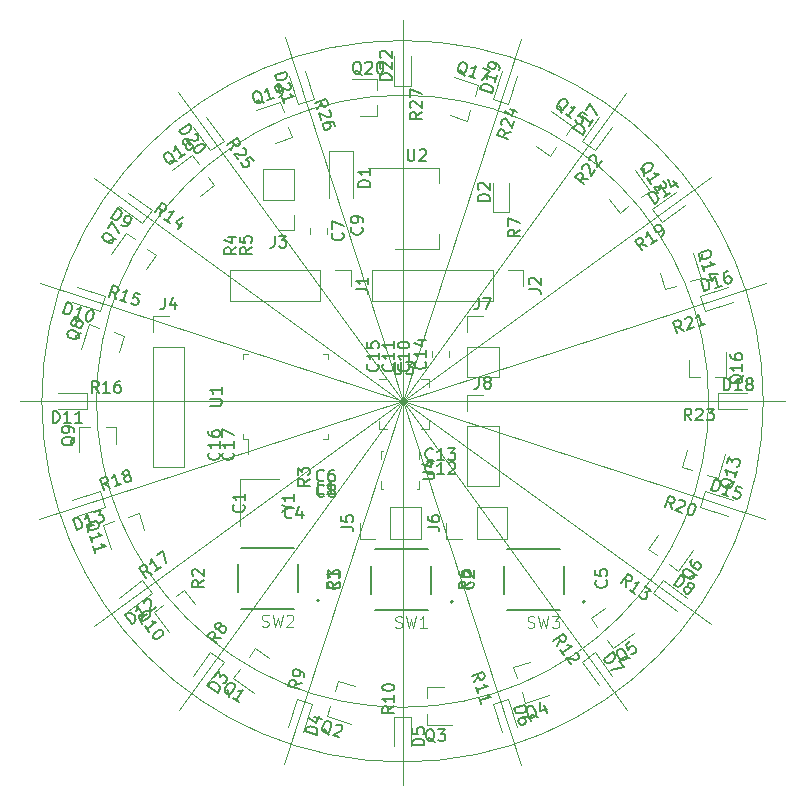
<source format=gbr>
G04 #@! TF.GenerationSoftware,KiCad,Pcbnew,(5.1.5)-3*
G04 #@! TF.CreationDate,2020-09-27T16:34:20-04:00*
G04 #@! TF.ProjectId,LED-Driver-STM,4c45442d-4472-4697-9665-722d53544d2e,rev?*
G04 #@! TF.SameCoordinates,Original*
G04 #@! TF.FileFunction,Legend,Top*
G04 #@! TF.FilePolarity,Positive*
%FSLAX46Y46*%
G04 Gerber Fmt 4.6, Leading zero omitted, Abs format (unit mm)*
G04 Created by KiCad (PCBNEW (5.1.5)-3) date 2020-09-27 16:34:20*
%MOMM*%
%LPD*%
G04 APERTURE LIST*
%ADD10C,0.120000*%
%ADD11C,0.127000*%
%ADD12C,0.200000*%
%ADD13C,0.150000*%
%ADD14C,0.015000*%
G04 APERTURE END LIST*
D10*
X151441284Y-121000000D02*
G75*
G03X151441284Y-121000000I-30541284J0D01*
G01*
X146811387Y-121000000D02*
G75*
G03X146811387Y-121000000I-25911387J0D01*
G01*
X120900000Y-121000000D02*
X139900000Y-147100000D01*
X120900000Y-121000000D02*
X151600000Y-131000000D01*
X120900000Y-121000000D02*
X130900000Y-151800000D01*
X120900000Y-121000000D02*
X147000000Y-139900000D01*
X120900000Y-121000000D02*
X94800000Y-140000000D01*
X120900000Y-121000000D02*
X110900000Y-151700000D01*
X120900000Y-121000000D02*
X90100000Y-131000000D01*
X120900000Y-121000000D02*
X102000000Y-147100000D01*
X120887292Y-121039619D02*
X94787292Y-102139619D01*
X120905026Y-120954855D02*
X101905026Y-94854855D01*
X120900000Y-121000000D02*
X90200000Y-111000000D01*
X120917809Y-120981765D02*
X110917809Y-90181765D01*
X120900000Y-121000000D02*
X130900000Y-90300000D01*
X120900000Y-121000000D02*
X139800000Y-94900000D01*
X120900000Y-121000000D02*
X147000000Y-102000000D01*
X120900000Y-121000000D02*
X151700000Y-111000000D01*
X153300000Y-121000000D02*
X88500000Y-121000000D01*
X120900000Y-88700000D02*
X120900000Y-153500000D01*
X124810000Y-117258578D02*
X124810000Y-116741422D01*
X123390000Y-117258578D02*
X123390000Y-116741422D01*
X107150000Y-127600000D02*
X107150000Y-131600000D01*
X110450000Y-127600000D02*
X107150000Y-127600000D01*
X122310000Y-125865000D02*
X122310000Y-125190000D01*
X119090000Y-128410000D02*
X119265000Y-128410000D01*
X119090000Y-127735000D02*
X119090000Y-128410000D01*
X119090000Y-125190000D02*
X119265000Y-125190000D01*
X119090000Y-125865000D02*
X119090000Y-125190000D01*
X122310000Y-128410000D02*
X122135000Y-128410000D01*
X122310000Y-127735000D02*
X122310000Y-128410000D01*
X119565000Y-119090000D02*
X118890000Y-119090000D01*
X123110000Y-123310000D02*
X123110000Y-122635000D01*
X122435000Y-123310000D02*
X123110000Y-123310000D01*
X118890000Y-123310000D02*
X118890000Y-122635000D01*
X119565000Y-123310000D02*
X118890000Y-123310000D01*
X123110000Y-119090000D02*
X123110000Y-119765000D01*
X122435000Y-119090000D02*
X123110000Y-119090000D01*
X118000000Y-101290000D02*
X124010000Y-101290000D01*
X120250000Y-108110000D02*
X124010000Y-108110000D01*
X124010000Y-101290000D02*
X124010000Y-102550000D01*
X124010000Y-108110000D02*
X124010000Y-106850000D01*
X107840000Y-124210000D02*
X107840000Y-125500000D01*
X107390000Y-124210000D02*
X107840000Y-124210000D01*
X107390000Y-123760000D02*
X107390000Y-124210000D01*
X107390000Y-116990000D02*
X107840000Y-116990000D01*
X107390000Y-117440000D02*
X107390000Y-116990000D01*
X114610000Y-124210000D02*
X114160000Y-124210000D01*
X114610000Y-123760000D02*
X114610000Y-124210000D01*
X114610000Y-116990000D02*
X114160000Y-116990000D01*
X114610000Y-117440000D02*
X114610000Y-116990000D01*
D11*
X129450000Y-134920000D02*
X129450000Y-137280000D01*
X134550000Y-137280000D02*
X134550000Y-134920000D01*
D12*
X136350000Y-137975000D02*
G75*
G03X136350000Y-137975000I-100000J0D01*
G01*
D11*
X129750000Y-138650000D02*
X134250000Y-138650000D01*
X129750000Y-133550000D02*
X134250000Y-133550000D01*
X106950000Y-134820000D02*
X106950000Y-137180000D01*
X112050000Y-137180000D02*
X112050000Y-134820000D01*
D12*
X113850000Y-137875000D02*
G75*
G03X113850000Y-137875000I-100000J0D01*
G01*
D11*
X107250000Y-138550000D02*
X111750000Y-138550000D01*
X107250000Y-133450000D02*
X111750000Y-133450000D01*
X118250000Y-134920000D02*
X118250000Y-137280000D01*
X123350000Y-137280000D02*
X123350000Y-134920000D01*
D12*
X125150000Y-137975000D02*
G75*
G03X125150000Y-137975000I-100000J0D01*
G01*
D11*
X118550000Y-138650000D02*
X123050000Y-138650000D01*
X118550000Y-133550000D02*
X123050000Y-133550000D01*
D10*
X118760000Y-96880000D02*
X117300000Y-96880000D01*
X118760000Y-93720000D02*
X116600000Y-93720000D01*
X118760000Y-93720000D02*
X118760000Y-94650000D01*
X118760000Y-96880000D02*
X118760000Y-95950000D01*
X111511050Y-98667816D02*
X110122507Y-99118981D01*
X110534556Y-95662478D02*
X108480274Y-96329954D01*
X110534556Y-95662478D02*
X110821942Y-96546960D01*
X111511050Y-98667816D02*
X111223664Y-97783334D01*
X104943554Y-102731530D02*
X103762389Y-103589697D01*
X103086152Y-100175036D02*
X101338676Y-101444653D01*
X103086152Y-100175036D02*
X103632793Y-100927422D01*
X104943554Y-102731530D02*
X104396913Y-101979144D01*
X126334556Y-97237522D02*
X124946014Y-96786357D01*
X127311050Y-94232184D02*
X125256768Y-93564707D01*
X127311050Y-94232184D02*
X127023664Y-95116666D01*
X126334556Y-97237522D02*
X126621942Y-96353040D01*
X145120000Y-118960000D02*
X145120000Y-117500000D01*
X148280000Y-118960000D02*
X148280000Y-116800000D01*
X148280000Y-118960000D02*
X147350000Y-118960000D01*
X145120000Y-118960000D02*
X146050000Y-118960000D01*
X133386152Y-100224964D02*
X132204987Y-99366797D01*
X135243554Y-97668470D02*
X133496077Y-96398854D01*
X135243554Y-97668470D02*
X134696913Y-98420856D01*
X133386152Y-100224964D02*
X133932793Y-99472578D01*
X143132184Y-111511050D02*
X142681019Y-110122507D01*
X146137522Y-110534556D02*
X145470046Y-108480274D01*
X146137522Y-110534556D02*
X145253040Y-110821942D01*
X143132184Y-111511050D02*
X144016666Y-111223664D01*
X144562478Y-126534556D02*
X145013643Y-125146014D01*
X147567816Y-127511050D02*
X148235293Y-125456768D01*
X147567816Y-127511050D02*
X146683334Y-127223664D01*
X144562478Y-126534556D02*
X145446960Y-126821942D01*
X139268470Y-105043554D02*
X138410303Y-103862389D01*
X141824964Y-103186152D02*
X140555347Y-101438676D01*
X141824964Y-103186152D02*
X141072578Y-103732793D01*
X139268470Y-105043554D02*
X140020856Y-104496913D01*
X98567816Y-130488950D02*
X99018981Y-131877493D01*
X95562478Y-131465444D02*
X96229954Y-133519726D01*
X95562478Y-131465444D02*
X96446960Y-131178058D01*
X98567816Y-130488950D02*
X97683334Y-130776336D01*
X102431530Y-136956446D02*
X103289697Y-138137611D01*
X99875036Y-138813848D02*
X101144653Y-140561324D01*
X99875036Y-138813848D02*
X100627422Y-138267207D01*
X102431530Y-136956446D02*
X101679144Y-137503087D01*
X96680000Y-123140000D02*
X96680000Y-124600000D01*
X93520000Y-123140000D02*
X93520000Y-125300000D01*
X93520000Y-123140000D02*
X94450000Y-123140000D01*
X96680000Y-123140000D02*
X95750000Y-123140000D01*
X97337522Y-115465444D02*
X96886357Y-116853986D01*
X94332184Y-114488950D02*
X93664707Y-116543232D01*
X94332184Y-114488950D02*
X95216666Y-114776336D01*
X97337522Y-115465444D02*
X96453040Y-115178058D01*
X100024964Y-108613848D02*
X99166797Y-109795013D01*
X97468470Y-106756446D02*
X96198854Y-108503923D01*
X97468470Y-106756446D02*
X98220856Y-107303087D01*
X100024964Y-108613848D02*
X99272578Y-108067207D01*
X141675036Y-133486152D02*
X142533203Y-132304987D01*
X144231530Y-135343554D02*
X145501146Y-133596077D01*
X144231530Y-135343554D02*
X143479144Y-134796913D01*
X141675036Y-133486152D02*
X142427422Y-134032793D01*
X136856446Y-139368470D02*
X138037611Y-138510303D01*
X138713848Y-141924964D02*
X140461324Y-140655347D01*
X138713848Y-141924964D02*
X138167207Y-141172578D01*
X136856446Y-139368470D02*
X137403087Y-140120856D01*
X130288950Y-143532184D02*
X131677493Y-143081019D01*
X131265444Y-146537522D02*
X133319726Y-145870046D01*
X131265444Y-146537522D02*
X130978058Y-145653040D01*
X130288950Y-143532184D02*
X130576336Y-144416666D01*
X122940000Y-145220000D02*
X124400000Y-145220000D01*
X122940000Y-148380000D02*
X125100000Y-148380000D01*
X122940000Y-148380000D02*
X122940000Y-147450000D01*
X122940000Y-145220000D02*
X122940000Y-146150000D01*
X115465444Y-144662478D02*
X116853986Y-145113643D01*
X114488950Y-147667816D02*
X116543232Y-148335293D01*
X114488950Y-147667816D02*
X114776336Y-146783334D01*
X115465444Y-144662478D02*
X115178058Y-145546960D01*
X108413848Y-141875036D02*
X109595013Y-142733203D01*
X106556446Y-144431530D02*
X108303923Y-145701146D01*
X106556446Y-144431530D02*
X107103087Y-143679144D01*
X108413848Y-141875036D02*
X107867207Y-142627422D01*
X126370000Y-120470000D02*
X127700000Y-120470000D01*
X126370000Y-121800000D02*
X126370000Y-120470000D01*
X126370000Y-123070000D02*
X129030000Y-123070000D01*
X129030000Y-123070000D02*
X129030000Y-128210000D01*
X126370000Y-123070000D02*
X126370000Y-128210000D01*
X126370000Y-128210000D02*
X129030000Y-128210000D01*
X126370000Y-113770000D02*
X127700000Y-113770000D01*
X126370000Y-115100000D02*
X126370000Y-113770000D01*
X126370000Y-116370000D02*
X129030000Y-116370000D01*
X129030000Y-116370000D02*
X129030000Y-118970000D01*
X126370000Y-116370000D02*
X126370000Y-118970000D01*
X126370000Y-118970000D02*
X129030000Y-118970000D01*
X124570000Y-132630000D02*
X124570000Y-131300000D01*
X125900000Y-132630000D02*
X124570000Y-132630000D01*
X127170000Y-132630000D02*
X127170000Y-129970000D01*
X127170000Y-129970000D02*
X129770000Y-129970000D01*
X127170000Y-132630000D02*
X129770000Y-132630000D01*
X129770000Y-132630000D02*
X129770000Y-129970000D01*
X117270000Y-132630000D02*
X117270000Y-131300000D01*
X118600000Y-132630000D02*
X117270000Y-132630000D01*
X119870000Y-132630000D02*
X119870000Y-129970000D01*
X119870000Y-129970000D02*
X122470000Y-129970000D01*
X119870000Y-132630000D02*
X122470000Y-132630000D01*
X122470000Y-132630000D02*
X122470000Y-129970000D01*
X99770000Y-113770000D02*
X101100000Y-113770000D01*
X99770000Y-115100000D02*
X99770000Y-113770000D01*
X99770000Y-116370000D02*
X102430000Y-116370000D01*
X102430000Y-116370000D02*
X102430000Y-126590000D01*
X99770000Y-116370000D02*
X99770000Y-126590000D01*
X99770000Y-126590000D02*
X102430000Y-126590000D01*
X111730000Y-106530000D02*
X110400000Y-106530000D01*
X111730000Y-105200000D02*
X111730000Y-106530000D01*
X111730000Y-103930000D02*
X109070000Y-103930000D01*
X109070000Y-103930000D02*
X109070000Y-101330000D01*
X111730000Y-103930000D02*
X111730000Y-101330000D01*
X111730000Y-101330000D02*
X109070000Y-101330000D01*
X131130000Y-109870000D02*
X131130000Y-111200000D01*
X129800000Y-109870000D02*
X131130000Y-109870000D01*
X128530000Y-109870000D02*
X128530000Y-112530000D01*
X128530000Y-112530000D02*
X118310000Y-112530000D01*
X128530000Y-109870000D02*
X118310000Y-109870000D01*
X118310000Y-109870000D02*
X118310000Y-112530000D01*
X116530000Y-109870000D02*
X116530000Y-111200000D01*
X115200000Y-109870000D02*
X116530000Y-109870000D01*
X113930000Y-109870000D02*
X113930000Y-112530000D01*
X113930000Y-112530000D02*
X106250000Y-112530000D01*
X113930000Y-109870000D02*
X106250000Y-109870000D01*
X106250000Y-109870000D02*
X106250000Y-112530000D01*
X121585000Y-94285000D02*
X121585000Y-91800000D01*
X120215000Y-94285000D02*
X121585000Y-94285000D01*
X120215000Y-91800000D02*
X120215000Y-94285000D01*
X113372167Y-95390854D02*
X112604260Y-93027478D01*
X112069220Y-95814207D02*
X113372167Y-95390854D01*
X111301313Y-93450831D02*
X112069220Y-95814207D01*
X105744595Y-98960561D02*
X104283948Y-96950154D01*
X104636242Y-99765827D02*
X105744595Y-98960561D01*
X103175595Y-97755419D02*
X104636242Y-99765827D01*
X129830780Y-95814207D02*
X130598687Y-93450831D01*
X128527833Y-95390854D02*
X129830780Y-95814207D01*
X129295740Y-93027478D02*
X128527833Y-95390854D01*
X147615000Y-121685000D02*
X150100000Y-121685000D01*
X147615000Y-120315000D02*
X147615000Y-121685000D01*
X150100000Y-120315000D02*
X147615000Y-120315000D01*
X137163758Y-99765827D02*
X138624405Y-97755419D01*
X136055405Y-98960561D02*
X137163758Y-99765827D01*
X137516052Y-96950154D02*
X136055405Y-98960561D01*
X146509146Y-113372167D02*
X148872522Y-112604260D01*
X146085793Y-112069220D02*
X146509146Y-113372167D01*
X148449169Y-111301313D02*
X146085793Y-112069220D01*
X146085793Y-129930780D02*
X148449169Y-130698687D01*
X146509146Y-128627833D02*
X146085793Y-129930780D01*
X148872522Y-129395740D02*
X146509146Y-128627833D01*
X142839439Y-105844595D02*
X144849846Y-104383948D01*
X142034173Y-104736242D02*
X142839439Y-105844595D01*
X144044581Y-103275595D02*
X142034173Y-104736242D01*
X95290854Y-128627833D02*
X92927478Y-129395740D01*
X95714207Y-129930780D02*
X95290854Y-128627833D01*
X93350831Y-130698687D02*
X95714207Y-129930780D01*
X98860561Y-136155405D02*
X96850154Y-137616052D01*
X99665827Y-137263758D02*
X98860561Y-136155405D01*
X97655419Y-138724405D02*
X99665827Y-137263758D01*
X94185000Y-120315000D02*
X91700000Y-120315000D01*
X94185000Y-121685000D02*
X94185000Y-120315000D01*
X91700000Y-121685000D02*
X94185000Y-121685000D01*
X95714207Y-112069220D02*
X93350831Y-111301313D01*
X95290854Y-113372167D02*
X95714207Y-112069220D01*
X92927478Y-112604260D02*
X95290854Y-113372167D01*
X99665827Y-104836242D02*
X97655419Y-103375595D01*
X98860561Y-105944595D02*
X99665827Y-104836242D01*
X96850154Y-104483948D02*
X98860561Y-105944595D01*
X142134173Y-137263758D02*
X144144581Y-138724405D01*
X142939439Y-136155405D02*
X142134173Y-137263758D01*
X144949846Y-137616052D02*
X142939439Y-136155405D01*
X136055405Y-143039439D02*
X137516052Y-145049846D01*
X137163758Y-142234173D02*
X136055405Y-143039439D01*
X138624405Y-144244581D02*
X137163758Y-142234173D01*
X128527833Y-146609146D02*
X129295740Y-148972522D01*
X129830780Y-146185793D02*
X128527833Y-146609146D01*
X130598687Y-148549169D02*
X129830780Y-146185793D01*
X120215000Y-147715000D02*
X120215000Y-150200000D01*
X121585000Y-147715000D02*
X120215000Y-147715000D01*
X121585000Y-150200000D02*
X121585000Y-147715000D01*
X111969220Y-146185793D02*
X111201313Y-148549169D01*
X113272167Y-146609146D02*
X111969220Y-146185793D01*
X112504260Y-148972522D02*
X113272167Y-146609146D01*
X104636242Y-142234173D02*
X103175595Y-144244581D01*
X105744595Y-143039439D02*
X104636242Y-142234173D01*
X104283948Y-145049846D02*
X105744595Y-143039439D01*
X129885000Y-104985000D02*
X129885000Y-102500000D01*
X128515000Y-104985000D02*
X129885000Y-104985000D01*
X128515000Y-102500000D02*
X128515000Y-104985000D01*
X116700000Y-99850000D02*
X116700000Y-103750000D01*
X114700000Y-99850000D02*
X114700000Y-103750000D01*
X116700000Y-99850000D02*
X114700000Y-99850000D01*
X113090000Y-106341422D02*
X113090000Y-106858578D01*
X114510000Y-106341422D02*
X114510000Y-106858578D01*
D13*
X106822380Y-107966666D02*
X106346190Y-108300000D01*
X106822380Y-108538095D02*
X105822380Y-108538095D01*
X105822380Y-108157142D01*
X105870000Y-108061904D01*
X105917619Y-108014285D01*
X106012857Y-107966666D01*
X106155714Y-107966666D01*
X106250952Y-108014285D01*
X106298571Y-108061904D01*
X106346190Y-108157142D01*
X106346190Y-108538095D01*
X106155714Y-107109523D02*
X106822380Y-107109523D01*
X105774761Y-107347619D02*
X106489047Y-107585714D01*
X106489047Y-106966666D01*
X106527142Y-125342857D02*
X106574761Y-125390476D01*
X106622380Y-125533333D01*
X106622380Y-125628571D01*
X106574761Y-125771428D01*
X106479523Y-125866666D01*
X106384285Y-125914285D01*
X106193809Y-125961904D01*
X106050952Y-125961904D01*
X105860476Y-125914285D01*
X105765238Y-125866666D01*
X105670000Y-125771428D01*
X105622380Y-125628571D01*
X105622380Y-125533333D01*
X105670000Y-125390476D01*
X105717619Y-125342857D01*
X106622380Y-124390476D02*
X106622380Y-124961904D01*
X106622380Y-124676190D02*
X105622380Y-124676190D01*
X105765238Y-124771428D01*
X105860476Y-124866666D01*
X105908095Y-124961904D01*
X105622380Y-124057142D02*
X105622380Y-123390476D01*
X106622380Y-123819047D01*
X105327142Y-125342857D02*
X105374761Y-125390476D01*
X105422380Y-125533333D01*
X105422380Y-125628571D01*
X105374761Y-125771428D01*
X105279523Y-125866666D01*
X105184285Y-125914285D01*
X104993809Y-125961904D01*
X104850952Y-125961904D01*
X104660476Y-125914285D01*
X104565238Y-125866666D01*
X104470000Y-125771428D01*
X104422380Y-125628571D01*
X104422380Y-125533333D01*
X104470000Y-125390476D01*
X104517619Y-125342857D01*
X105422380Y-124390476D02*
X105422380Y-124961904D01*
X105422380Y-124676190D02*
X104422380Y-124676190D01*
X104565238Y-124771428D01*
X104660476Y-124866666D01*
X104708095Y-124961904D01*
X104422380Y-123533333D02*
X104422380Y-123723809D01*
X104470000Y-123819047D01*
X104517619Y-123866666D01*
X104660476Y-123961904D01*
X104850952Y-124009523D01*
X105231904Y-124009523D01*
X105327142Y-123961904D01*
X105374761Y-123914285D01*
X105422380Y-123819047D01*
X105422380Y-123628571D01*
X105374761Y-123533333D01*
X105327142Y-123485714D01*
X105231904Y-123438095D01*
X104993809Y-123438095D01*
X104898571Y-123485714D01*
X104850952Y-123533333D01*
X104803333Y-123628571D01*
X104803333Y-123819047D01*
X104850952Y-123914285D01*
X104898571Y-123961904D01*
X104993809Y-124009523D01*
X118787142Y-117842857D02*
X118834761Y-117890476D01*
X118882380Y-118033333D01*
X118882380Y-118128571D01*
X118834761Y-118271428D01*
X118739523Y-118366666D01*
X118644285Y-118414285D01*
X118453809Y-118461904D01*
X118310952Y-118461904D01*
X118120476Y-118414285D01*
X118025238Y-118366666D01*
X117930000Y-118271428D01*
X117882380Y-118128571D01*
X117882380Y-118033333D01*
X117930000Y-117890476D01*
X117977619Y-117842857D01*
X118882380Y-116890476D02*
X118882380Y-117461904D01*
X118882380Y-117176190D02*
X117882380Y-117176190D01*
X118025238Y-117271428D01*
X118120476Y-117366666D01*
X118168095Y-117461904D01*
X117882380Y-115985714D02*
X117882380Y-116461904D01*
X118358571Y-116509523D01*
X118310952Y-116461904D01*
X118263333Y-116366666D01*
X118263333Y-116128571D01*
X118310952Y-116033333D01*
X118358571Y-115985714D01*
X118453809Y-115938095D01*
X118691904Y-115938095D01*
X118787142Y-115985714D01*
X118834761Y-116033333D01*
X118882380Y-116128571D01*
X118882380Y-116366666D01*
X118834761Y-116461904D01*
X118787142Y-116509523D01*
X122807142Y-117642857D02*
X122854761Y-117690476D01*
X122902380Y-117833333D01*
X122902380Y-117928571D01*
X122854761Y-118071428D01*
X122759523Y-118166666D01*
X122664285Y-118214285D01*
X122473809Y-118261904D01*
X122330952Y-118261904D01*
X122140476Y-118214285D01*
X122045238Y-118166666D01*
X121950000Y-118071428D01*
X121902380Y-117928571D01*
X121902380Y-117833333D01*
X121950000Y-117690476D01*
X121997619Y-117642857D01*
X122902380Y-116690476D02*
X122902380Y-117261904D01*
X122902380Y-116976190D02*
X121902380Y-116976190D01*
X122045238Y-117071428D01*
X122140476Y-117166666D01*
X122188095Y-117261904D01*
X122235714Y-115833333D02*
X122902380Y-115833333D01*
X121854761Y-116071428D02*
X122569047Y-116309523D01*
X122569047Y-115690476D01*
X111226190Y-130076190D02*
X111702380Y-130076190D01*
X110702380Y-130409523D02*
X111226190Y-130076190D01*
X110702380Y-129742857D01*
X111702380Y-128885714D02*
X111702380Y-129457142D01*
X111702380Y-129171428D02*
X110702380Y-129171428D01*
X110845238Y-129266666D01*
X110940476Y-129361904D01*
X110988095Y-129457142D01*
X122602380Y-127561904D02*
X123411904Y-127561904D01*
X123507142Y-127514285D01*
X123554761Y-127466666D01*
X123602380Y-127371428D01*
X123602380Y-127180952D01*
X123554761Y-127085714D01*
X123507142Y-127038095D01*
X123411904Y-126990476D01*
X122602380Y-126990476D01*
X122935714Y-126085714D02*
X123602380Y-126085714D01*
X122554761Y-126323809D02*
X123269047Y-126561904D01*
X123269047Y-125942857D01*
X120238095Y-117702380D02*
X120238095Y-118511904D01*
X120285714Y-118607142D01*
X120333333Y-118654761D01*
X120428571Y-118702380D01*
X120619047Y-118702380D01*
X120714285Y-118654761D01*
X120761904Y-118607142D01*
X120809523Y-118511904D01*
X120809523Y-117702380D01*
X121190476Y-117702380D02*
X121809523Y-117702380D01*
X121476190Y-118083333D01*
X121619047Y-118083333D01*
X121714285Y-118130952D01*
X121761904Y-118178571D01*
X121809523Y-118273809D01*
X121809523Y-118511904D01*
X121761904Y-118607142D01*
X121714285Y-118654761D01*
X121619047Y-118702380D01*
X121333333Y-118702380D01*
X121238095Y-118654761D01*
X121190476Y-118607142D01*
X121338095Y-99652380D02*
X121338095Y-100461904D01*
X121385714Y-100557142D01*
X121433333Y-100604761D01*
X121528571Y-100652380D01*
X121719047Y-100652380D01*
X121814285Y-100604761D01*
X121861904Y-100557142D01*
X121909523Y-100461904D01*
X121909523Y-99652380D01*
X122338095Y-99747619D02*
X122385714Y-99700000D01*
X122480952Y-99652380D01*
X122719047Y-99652380D01*
X122814285Y-99700000D01*
X122861904Y-99747619D01*
X122909523Y-99842857D01*
X122909523Y-99938095D01*
X122861904Y-100080952D01*
X122290476Y-100652380D01*
X122909523Y-100652380D01*
X104602380Y-121361904D02*
X105411904Y-121361904D01*
X105507142Y-121314285D01*
X105554761Y-121266666D01*
X105602380Y-121171428D01*
X105602380Y-120980952D01*
X105554761Y-120885714D01*
X105507142Y-120838095D01*
X105411904Y-120790476D01*
X104602380Y-120790476D01*
X105602380Y-119790476D02*
X105602380Y-120361904D01*
X105602380Y-120076190D02*
X104602380Y-120076190D01*
X104745238Y-120171428D01*
X104840476Y-120266666D01*
X104888095Y-120361904D01*
D14*
X131491666Y-140139761D02*
X131634523Y-140187380D01*
X131872619Y-140187380D01*
X131967857Y-140139761D01*
X132015476Y-140092142D01*
X132063095Y-139996904D01*
X132063095Y-139901666D01*
X132015476Y-139806428D01*
X131967857Y-139758809D01*
X131872619Y-139711190D01*
X131682142Y-139663571D01*
X131586904Y-139615952D01*
X131539285Y-139568333D01*
X131491666Y-139473095D01*
X131491666Y-139377857D01*
X131539285Y-139282619D01*
X131586904Y-139235000D01*
X131682142Y-139187380D01*
X131920238Y-139187380D01*
X132063095Y-139235000D01*
X132396428Y-139187380D02*
X132634523Y-140187380D01*
X132825000Y-139473095D01*
X133015476Y-140187380D01*
X133253571Y-139187380D01*
X133539285Y-139187380D02*
X134158333Y-139187380D01*
X133825000Y-139568333D01*
X133967857Y-139568333D01*
X134063095Y-139615952D01*
X134110714Y-139663571D01*
X134158333Y-139758809D01*
X134158333Y-139996904D01*
X134110714Y-140092142D01*
X134063095Y-140139761D01*
X133967857Y-140187380D01*
X133682142Y-140187380D01*
X133586904Y-140139761D01*
X133539285Y-140092142D01*
X108991666Y-140039761D02*
X109134523Y-140087380D01*
X109372619Y-140087380D01*
X109467857Y-140039761D01*
X109515476Y-139992142D01*
X109563095Y-139896904D01*
X109563095Y-139801666D01*
X109515476Y-139706428D01*
X109467857Y-139658809D01*
X109372619Y-139611190D01*
X109182142Y-139563571D01*
X109086904Y-139515952D01*
X109039285Y-139468333D01*
X108991666Y-139373095D01*
X108991666Y-139277857D01*
X109039285Y-139182619D01*
X109086904Y-139135000D01*
X109182142Y-139087380D01*
X109420238Y-139087380D01*
X109563095Y-139135000D01*
X109896428Y-139087380D02*
X110134523Y-140087380D01*
X110325000Y-139373095D01*
X110515476Y-140087380D01*
X110753571Y-139087380D01*
X111086904Y-139182619D02*
X111134523Y-139135000D01*
X111229761Y-139087380D01*
X111467857Y-139087380D01*
X111563095Y-139135000D01*
X111610714Y-139182619D01*
X111658333Y-139277857D01*
X111658333Y-139373095D01*
X111610714Y-139515952D01*
X111039285Y-140087380D01*
X111658333Y-140087380D01*
X120291666Y-140139761D02*
X120434523Y-140187380D01*
X120672619Y-140187380D01*
X120767857Y-140139761D01*
X120815476Y-140092142D01*
X120863095Y-139996904D01*
X120863095Y-139901666D01*
X120815476Y-139806428D01*
X120767857Y-139758809D01*
X120672619Y-139711190D01*
X120482142Y-139663571D01*
X120386904Y-139615952D01*
X120339285Y-139568333D01*
X120291666Y-139473095D01*
X120291666Y-139377857D01*
X120339285Y-139282619D01*
X120386904Y-139235000D01*
X120482142Y-139187380D01*
X120720238Y-139187380D01*
X120863095Y-139235000D01*
X121196428Y-139187380D02*
X121434523Y-140187380D01*
X121625000Y-139473095D01*
X121815476Y-140187380D01*
X122053571Y-139187380D01*
X122958333Y-140187380D02*
X122386904Y-140187380D01*
X122672619Y-140187380D02*
X122672619Y-139187380D01*
X122577380Y-139330238D01*
X122482142Y-139425476D01*
X122386904Y-139473095D01*
D13*
X122522380Y-96542857D02*
X122046190Y-96876190D01*
X122522380Y-97114285D02*
X121522380Y-97114285D01*
X121522380Y-96733333D01*
X121570000Y-96638095D01*
X121617619Y-96590476D01*
X121712857Y-96542857D01*
X121855714Y-96542857D01*
X121950952Y-96590476D01*
X121998571Y-96638095D01*
X122046190Y-96733333D01*
X122046190Y-97114285D01*
X121617619Y-96161904D02*
X121570000Y-96114285D01*
X121522380Y-96019047D01*
X121522380Y-95780952D01*
X121570000Y-95685714D01*
X121617619Y-95638095D01*
X121712857Y-95590476D01*
X121808095Y-95590476D01*
X121950952Y-95638095D01*
X122522380Y-96209523D01*
X122522380Y-95590476D01*
X121522380Y-95257142D02*
X121522380Y-94590476D01*
X122522380Y-95019047D01*
X113683842Y-96266849D02*
X114033720Y-95802680D01*
X113507261Y-95723389D02*
X114458317Y-95414372D01*
X114576038Y-95776679D01*
X114560180Y-95881971D01*
X114529606Y-95941974D01*
X114453745Y-96016693D01*
X114317880Y-96060838D01*
X114212588Y-96044980D01*
X114152584Y-96014407D01*
X114077866Y-95938545D01*
X113960145Y-95576238D01*
X114662042Y-96349570D02*
X114722046Y-96380143D01*
X114796764Y-96456005D01*
X114870340Y-96682447D01*
X114854482Y-96787739D01*
X114823908Y-96847742D01*
X114748047Y-96922461D01*
X114657470Y-96951891D01*
X114506890Y-96950748D01*
X113786848Y-96583868D01*
X113978144Y-97172618D01*
X115194072Y-97678792D02*
X115135212Y-97497638D01*
X115060493Y-97421777D01*
X115000490Y-97391203D01*
X114835194Y-97344772D01*
X114639325Y-97358344D01*
X114277018Y-97476064D01*
X114201156Y-97550783D01*
X114170583Y-97610786D01*
X114154725Y-97716078D01*
X114213585Y-97897232D01*
X114288304Y-97973094D01*
X114348307Y-98003667D01*
X114453599Y-98019525D01*
X114680041Y-97945950D01*
X114755903Y-97871231D01*
X114786476Y-97811228D01*
X114802335Y-97705936D01*
X114743474Y-97524782D01*
X114668756Y-97448920D01*
X114608752Y-97418347D01*
X114503460Y-97402489D01*
X106402704Y-99758111D02*
X106592021Y-99208541D01*
X106066826Y-99295816D02*
X106875843Y-98708030D01*
X107099762Y-99016227D01*
X107117217Y-99121266D01*
X107106682Y-99187781D01*
X107057622Y-99282285D01*
X106942048Y-99366254D01*
X106837009Y-99383709D01*
X106770495Y-99373174D01*
X106675991Y-99324115D01*
X106452073Y-99015918D01*
X107358590Y-99534502D02*
X107425104Y-99545037D01*
X107519608Y-99594097D01*
X107659557Y-99786720D01*
X107677012Y-99891759D01*
X107666477Y-99958273D01*
X107617418Y-100052777D01*
X107540368Y-100108757D01*
X107396805Y-100154201D01*
X106598632Y-100027783D01*
X106962499Y-100528603D01*
X108303322Y-100672786D02*
X108023424Y-100287540D01*
X107610188Y-100528913D01*
X107676703Y-100539448D01*
X107771207Y-100588507D01*
X107911156Y-100781130D01*
X107928611Y-100886169D01*
X107918076Y-100952684D01*
X107869016Y-101047188D01*
X107676393Y-101187137D01*
X107571354Y-101204592D01*
X107504840Y-101194057D01*
X107410336Y-101144997D01*
X107270387Y-100952374D01*
X107252932Y-100847335D01*
X107263467Y-100780821D01*
X130044322Y-98212736D02*
X129488432Y-98382604D01*
X129867740Y-98756197D02*
X128916684Y-98447180D01*
X129034405Y-98084873D01*
X129109123Y-98009011D01*
X129169127Y-97978438D01*
X129274419Y-97962580D01*
X129410284Y-98006725D01*
X129486146Y-98081444D01*
X129516719Y-98141447D01*
X129532577Y-98246739D01*
X129414856Y-98609046D01*
X129301563Y-97570842D02*
X129270989Y-97510839D01*
X129255131Y-97405547D01*
X129328707Y-97179105D01*
X129403425Y-97103243D01*
X129463429Y-97072670D01*
X129568721Y-97056812D01*
X129659297Y-97086242D01*
X129780448Y-97175676D01*
X130147327Y-97895718D01*
X130338623Y-97306968D01*
X129969458Y-96285766D02*
X130603495Y-96491777D01*
X129533575Y-96394487D02*
X130139325Y-96841655D01*
X130330622Y-96252906D01*
X145357142Y-122622380D02*
X145023809Y-122146190D01*
X144785714Y-122622380D02*
X144785714Y-121622380D01*
X145166666Y-121622380D01*
X145261904Y-121670000D01*
X145309523Y-121717619D01*
X145357142Y-121812857D01*
X145357142Y-121955714D01*
X145309523Y-122050952D01*
X145261904Y-122098571D01*
X145166666Y-122146190D01*
X144785714Y-122146190D01*
X145738095Y-121717619D02*
X145785714Y-121670000D01*
X145880952Y-121622380D01*
X146119047Y-121622380D01*
X146214285Y-121670000D01*
X146261904Y-121717619D01*
X146309523Y-121812857D01*
X146309523Y-121908095D01*
X146261904Y-122050952D01*
X145690476Y-122622380D01*
X146309523Y-122622380D01*
X146642857Y-121622380D02*
X147261904Y-121622380D01*
X146928571Y-122003333D01*
X147071428Y-122003333D01*
X147166666Y-122050952D01*
X147214285Y-122098571D01*
X147261904Y-122193809D01*
X147261904Y-122431904D01*
X147214285Y-122527142D01*
X147166666Y-122574761D01*
X147071428Y-122622380D01*
X146785714Y-122622380D01*
X146690476Y-122574761D01*
X146642857Y-122527142D01*
X136634671Y-102173694D02*
X136053497Y-102163468D01*
X136298794Y-102635989D02*
X135489777Y-102048204D01*
X135713695Y-101740007D01*
X135808200Y-101690947D01*
X135874714Y-101680413D01*
X135979753Y-101697868D01*
X136095327Y-101781837D01*
X136144386Y-101876341D01*
X136154921Y-101942855D01*
X136137466Y-102047894D01*
X135913548Y-102356091D01*
X136126622Y-101333691D02*
X136116087Y-101267177D01*
X136133542Y-101162138D01*
X136273491Y-100969515D01*
X136367995Y-100920455D01*
X136434509Y-100909920D01*
X136539548Y-100927375D01*
X136616598Y-100983355D01*
X136704182Y-101105849D01*
X136830600Y-101904021D01*
X137194467Y-101403201D01*
X136686417Y-100563199D02*
X136675882Y-100496684D01*
X136693337Y-100391645D01*
X136833286Y-100199022D01*
X136927790Y-100149963D01*
X136994305Y-100139428D01*
X137099344Y-100156883D01*
X137176393Y-100212862D01*
X137263977Y-100335356D01*
X137390395Y-101133529D01*
X137754262Y-100632709D01*
X144689949Y-115041629D02*
X144225780Y-114691751D01*
X144146489Y-115218210D02*
X143837472Y-114267154D01*
X144199779Y-114149433D01*
X144305071Y-114165291D01*
X144365074Y-114195865D01*
X144439793Y-114271726D01*
X144483938Y-114407591D01*
X144468080Y-114512883D01*
X144437507Y-114572887D01*
X144361645Y-114647605D01*
X143999338Y-114765326D01*
X144772670Y-114063429D02*
X144803243Y-114003425D01*
X144879105Y-113928707D01*
X145105547Y-113855131D01*
X145210839Y-113870989D01*
X145270842Y-113901563D01*
X145345561Y-113977424D01*
X145374991Y-114068001D01*
X145373848Y-114218581D01*
X145006968Y-114938623D01*
X145595718Y-114747327D01*
X146501486Y-114453025D02*
X145958025Y-114629606D01*
X146229755Y-114541316D02*
X145920738Y-113590259D01*
X145874307Y-113755555D01*
X145813160Y-113875562D01*
X145737298Y-113950280D01*
X143687263Y-130144322D02*
X143517395Y-129588432D01*
X143143802Y-129967740D02*
X143452819Y-129016684D01*
X143815126Y-129134405D01*
X143890988Y-129209123D01*
X143921561Y-129269127D01*
X143937419Y-129374419D01*
X143893274Y-129510284D01*
X143818555Y-129586146D01*
X143758552Y-129616719D01*
X143653260Y-129632577D01*
X143290953Y-129514856D01*
X144329157Y-129401563D02*
X144389160Y-129370989D01*
X144494452Y-129355131D01*
X144720894Y-129428707D01*
X144796756Y-129503425D01*
X144827329Y-129563429D01*
X144843187Y-129668721D01*
X144813757Y-129759297D01*
X144724323Y-129880448D01*
X144004281Y-130247327D01*
X144593031Y-130438623D01*
X145490797Y-129678863D02*
X145581374Y-129708293D01*
X145657236Y-129783012D01*
X145687809Y-129843015D01*
X145703667Y-129948307D01*
X145690095Y-130144176D01*
X145616520Y-130370618D01*
X145512371Y-130537057D01*
X145437652Y-130612918D01*
X145377649Y-130643492D01*
X145272357Y-130659350D01*
X145181780Y-130629920D01*
X145105918Y-130555201D01*
X145075345Y-130495198D01*
X145059487Y-130389906D01*
X145073059Y-130194037D01*
X145146634Y-129967595D01*
X145250783Y-129801156D01*
X145325502Y-129725295D01*
X145385505Y-129694721D01*
X145490797Y-129678863D01*
X141633529Y-107890395D02*
X141083959Y-107701078D01*
X141171234Y-108226273D02*
X140583448Y-107417256D01*
X140891645Y-107193337D01*
X140996684Y-107175882D01*
X141063199Y-107186417D01*
X141157703Y-107235477D01*
X141241672Y-107351051D01*
X141259127Y-107456090D01*
X141248592Y-107522604D01*
X141199533Y-107617108D01*
X140891336Y-107841026D01*
X142404021Y-107330600D02*
X141941726Y-107666477D01*
X142172874Y-107498538D02*
X141585088Y-106689521D01*
X141592008Y-106861075D01*
X141570939Y-106994104D01*
X141521879Y-107088608D01*
X142789268Y-107050702D02*
X142943366Y-106938743D01*
X142992426Y-106844239D01*
X143002960Y-106777724D01*
X142996040Y-106606171D01*
X142922606Y-106424083D01*
X142698688Y-106115886D01*
X142604183Y-106066826D01*
X142537669Y-106056292D01*
X142432630Y-106073746D01*
X142278532Y-106185706D01*
X142229472Y-106280210D01*
X142218937Y-106346724D01*
X142236392Y-106451763D01*
X142376341Y-106644386D01*
X142470845Y-106693446D01*
X142537360Y-106703981D01*
X142642399Y-106686526D01*
X142796497Y-106574567D01*
X142845557Y-106480062D01*
X142856091Y-106413548D01*
X142838636Y-106308509D01*
X96166849Y-128316157D02*
X95702680Y-127966279D01*
X95623389Y-128492738D02*
X95314372Y-127541682D01*
X95676679Y-127423961D01*
X95781971Y-127439819D01*
X95841974Y-127470393D01*
X95916693Y-127546254D01*
X95960838Y-127682119D01*
X95944980Y-127787411D01*
X95914407Y-127847415D01*
X95838545Y-127922133D01*
X95476238Y-128039854D01*
X97072618Y-128021855D02*
X96529157Y-128198436D01*
X96800887Y-128110146D02*
X96491870Y-127159089D01*
X96445439Y-127324385D01*
X96384292Y-127444392D01*
X96308430Y-127519110D01*
X97439497Y-127301813D02*
X97334205Y-127285955D01*
X97274202Y-127255382D01*
X97199483Y-127179520D01*
X97184768Y-127134232D01*
X97200626Y-127028940D01*
X97231200Y-126968936D01*
X97307061Y-126894218D01*
X97488215Y-126835357D01*
X97593507Y-126851215D01*
X97653510Y-126881789D01*
X97728229Y-126957650D01*
X97742944Y-127002939D01*
X97727086Y-127108231D01*
X97696513Y-127168234D01*
X97620651Y-127242953D01*
X97439497Y-127301813D01*
X97363636Y-127376532D01*
X97333062Y-127436535D01*
X97317204Y-127541827D01*
X97376064Y-127722981D01*
X97450783Y-127798843D01*
X97510786Y-127829416D01*
X97616078Y-127845274D01*
X97797232Y-127786414D01*
X97873094Y-127711695D01*
X97903667Y-127651692D01*
X97919525Y-127546400D01*
X97860665Y-127365246D01*
X97785946Y-127289384D01*
X97725943Y-127258811D01*
X97620651Y-127242953D01*
X99658111Y-135597295D02*
X99108541Y-135407978D01*
X99195816Y-135933173D02*
X98608030Y-135124156D01*
X98916227Y-134900237D01*
X99021266Y-134882782D01*
X99087781Y-134893317D01*
X99182285Y-134942377D01*
X99266254Y-135057951D01*
X99283709Y-135162990D01*
X99273174Y-135229504D01*
X99224115Y-135324008D01*
X98915918Y-135547926D01*
X100428603Y-135037500D02*
X99966308Y-135373377D01*
X100197456Y-135205438D02*
X99609670Y-134396421D01*
X99616590Y-134567975D01*
X99595521Y-134701004D01*
X99546461Y-134795508D01*
X100110490Y-134032554D02*
X100649835Y-133640698D01*
X100890899Y-134701623D01*
X95157142Y-120282380D02*
X94823809Y-119806190D01*
X94585714Y-120282380D02*
X94585714Y-119282380D01*
X94966666Y-119282380D01*
X95061904Y-119330000D01*
X95109523Y-119377619D01*
X95157142Y-119472857D01*
X95157142Y-119615714D01*
X95109523Y-119710952D01*
X95061904Y-119758571D01*
X94966666Y-119806190D01*
X94585714Y-119806190D01*
X96109523Y-120282380D02*
X95538095Y-120282380D01*
X95823809Y-120282380D02*
X95823809Y-119282380D01*
X95728571Y-119425238D01*
X95633333Y-119520476D01*
X95538095Y-119568095D01*
X96966666Y-119282380D02*
X96776190Y-119282380D01*
X96680952Y-119330000D01*
X96633333Y-119377619D01*
X96538095Y-119520476D01*
X96490476Y-119710952D01*
X96490476Y-120091904D01*
X96538095Y-120187142D01*
X96585714Y-120234761D01*
X96680952Y-120282380D01*
X96871428Y-120282380D01*
X96966666Y-120234761D01*
X97014285Y-120187142D01*
X97061904Y-120091904D01*
X97061904Y-119853809D01*
X97014285Y-119758571D01*
X96966666Y-119710952D01*
X96871428Y-119663333D01*
X96680952Y-119663333D01*
X96585714Y-119710952D01*
X96538095Y-119758571D01*
X96490476Y-119853809D01*
X96610363Y-112318850D02*
X96440495Y-111762960D01*
X96066902Y-112142268D02*
X96375919Y-111191212D01*
X96738226Y-111308933D01*
X96814088Y-111383651D01*
X96844661Y-111443655D01*
X96860519Y-111548947D01*
X96816374Y-111684812D01*
X96741655Y-111760674D01*
X96681652Y-111791247D01*
X96576360Y-111807105D01*
X96214053Y-111689384D01*
X97516131Y-112613151D02*
X96972670Y-112436570D01*
X97244400Y-112524861D02*
X97553417Y-111573804D01*
X97418695Y-111680239D01*
X97298688Y-111741386D01*
X97193396Y-111757244D01*
X98685627Y-111941682D02*
X98232743Y-111794531D01*
X98040304Y-112232700D01*
X98100308Y-112202126D01*
X98205599Y-112186268D01*
X98432041Y-112259844D01*
X98507903Y-112334562D01*
X98538476Y-112394566D01*
X98554335Y-112499858D01*
X98480759Y-112726300D01*
X98406041Y-112802161D01*
X98346037Y-112832735D01*
X98240745Y-112848593D01*
X98014303Y-112775018D01*
X97938441Y-112700299D01*
X97907868Y-112640295D01*
X100401723Y-105341571D02*
X100411949Y-104760397D01*
X99939428Y-105005694D02*
X100527213Y-104196677D01*
X100835410Y-104420595D01*
X100884470Y-104515100D01*
X100895004Y-104581614D01*
X100877549Y-104686653D01*
X100793580Y-104802227D01*
X100699076Y-104851286D01*
X100632562Y-104861821D01*
X100527523Y-104844366D01*
X100219326Y-104620448D01*
X101172216Y-105901367D02*
X100709920Y-105565490D01*
X100941068Y-105733428D02*
X101528853Y-104924411D01*
X101367835Y-104984006D01*
X101234806Y-105005075D01*
X101129767Y-104987620D01*
X102257516Y-105865838D02*
X101865659Y-106405183D01*
X102288811Y-105417692D02*
X101676341Y-105855613D01*
X102177161Y-106219480D01*
X139826305Y-136734671D02*
X139836531Y-136153497D01*
X139364010Y-136398794D02*
X139951795Y-135589777D01*
X140259992Y-135813695D01*
X140309052Y-135908200D01*
X140319586Y-135974714D01*
X140302131Y-136079753D01*
X140218162Y-136195327D01*
X140123658Y-136244386D01*
X140057144Y-136254921D01*
X139952105Y-136237466D01*
X139643908Y-136013548D01*
X140596798Y-137294467D02*
X140134502Y-136958590D01*
X140365650Y-137126528D02*
X140953435Y-136317511D01*
X140792417Y-136377106D01*
X140659388Y-136398175D01*
X140554349Y-136380720D01*
X141454255Y-136681378D02*
X141955075Y-137045245D01*
X141461485Y-137157514D01*
X141577059Y-137241483D01*
X141626118Y-137335987D01*
X141636653Y-137402502D01*
X141619198Y-137507541D01*
X141479249Y-137700164D01*
X141384745Y-137749223D01*
X141318231Y-137759758D01*
X141213192Y-137742303D01*
X140982044Y-137574365D01*
X140932984Y-137479860D01*
X140922450Y-137413346D01*
X134009604Y-141733529D02*
X134198921Y-141183959D01*
X133673726Y-141271234D02*
X134482743Y-140683448D01*
X134706662Y-140991645D01*
X134724117Y-141096684D01*
X134713582Y-141163199D01*
X134664522Y-141257703D01*
X134548948Y-141341672D01*
X134443909Y-141359127D01*
X134377395Y-141348592D01*
X134282891Y-141299533D01*
X134058973Y-140991336D01*
X134569399Y-142504021D02*
X134233522Y-142041726D01*
X134401461Y-142272874D02*
X135210478Y-141685088D01*
X135038924Y-141692008D01*
X134905895Y-141670939D01*
X134811391Y-141621879D01*
X135525285Y-142280413D02*
X135591799Y-142290947D01*
X135686304Y-142340007D01*
X135826253Y-142532630D01*
X135843707Y-142637669D01*
X135833173Y-142704183D01*
X135784113Y-142798688D01*
X135707064Y-142854667D01*
X135563500Y-142900112D01*
X134765328Y-142773694D01*
X135129195Y-143274514D01*
X126958370Y-144789949D02*
X127308248Y-144325780D01*
X126781789Y-144246489D02*
X127732845Y-143937472D01*
X127850566Y-144299779D01*
X127834708Y-144405071D01*
X127804134Y-144465074D01*
X127728273Y-144539793D01*
X127592408Y-144583938D01*
X127487116Y-144568080D01*
X127427112Y-144537507D01*
X127352394Y-144461645D01*
X127234673Y-144099338D01*
X127252672Y-145695718D02*
X127076091Y-145152257D01*
X127164381Y-145423987D02*
X128115438Y-145114970D01*
X127950142Y-145068539D01*
X127830135Y-145007392D01*
X127755417Y-144931530D01*
X127546974Y-146601486D02*
X127370393Y-146058025D01*
X127458683Y-146329755D02*
X128409740Y-146020738D01*
X128244444Y-145974307D01*
X128124437Y-145913160D01*
X128049719Y-145837298D01*
X120182380Y-146842857D02*
X119706190Y-147176190D01*
X120182380Y-147414285D02*
X119182380Y-147414285D01*
X119182380Y-147033333D01*
X119230000Y-146938095D01*
X119277619Y-146890476D01*
X119372857Y-146842857D01*
X119515714Y-146842857D01*
X119610952Y-146890476D01*
X119658571Y-146938095D01*
X119706190Y-147033333D01*
X119706190Y-147414285D01*
X120182380Y-145890476D02*
X120182380Y-146461904D01*
X120182380Y-146176190D02*
X119182380Y-146176190D01*
X119325238Y-146271428D01*
X119420476Y-146366666D01*
X119468095Y-146461904D01*
X119182380Y-145271428D02*
X119182380Y-145176190D01*
X119230000Y-145080952D01*
X119277619Y-145033333D01*
X119372857Y-144985714D01*
X119563333Y-144938095D01*
X119801428Y-144938095D01*
X119991904Y-144985714D01*
X120087142Y-145033333D01*
X120134761Y-145080952D01*
X120182380Y-145176190D01*
X120182380Y-145271428D01*
X120134761Y-145366666D01*
X120087142Y-145414285D01*
X119991904Y-145461904D01*
X119801428Y-145509523D01*
X119563333Y-145509523D01*
X119372857Y-145461904D01*
X119277619Y-145414285D01*
X119230000Y-145366666D01*
X119182380Y-145271428D01*
X112366001Y-144836752D02*
X111810111Y-145006620D01*
X112189419Y-145380213D02*
X111238363Y-145071196D01*
X111356084Y-144708889D01*
X111430802Y-144633027D01*
X111490806Y-144602454D01*
X111596098Y-144586596D01*
X111731963Y-144630741D01*
X111807825Y-144705460D01*
X111838398Y-144765463D01*
X111854256Y-144870755D01*
X111736535Y-145233062D01*
X112513151Y-144383868D02*
X112572012Y-144202715D01*
X112556154Y-144097423D01*
X112525580Y-144037419D01*
X112419145Y-143902697D01*
X112252707Y-143798548D01*
X111890400Y-143680828D01*
X111785108Y-143696686D01*
X111725104Y-143727259D01*
X111650386Y-143803121D01*
X111591525Y-143984274D01*
X111607383Y-144089566D01*
X111637957Y-144149570D01*
X111713818Y-144224288D01*
X111940260Y-144297864D01*
X112045552Y-144282006D01*
X112105556Y-144251432D01*
X112180274Y-144175571D01*
X112239135Y-143994417D01*
X112223277Y-143889125D01*
X112192703Y-143829122D01*
X112116842Y-143754403D01*
X105521469Y-141013030D02*
X104940295Y-141002804D01*
X105185592Y-141475325D02*
X104376575Y-140887540D01*
X104600493Y-140579343D01*
X104694997Y-140530283D01*
X104761512Y-140519748D01*
X104866551Y-140537203D01*
X104982125Y-140621173D01*
X105031184Y-140715677D01*
X105041719Y-140782191D01*
X105024264Y-140887230D01*
X104800346Y-141195427D01*
X105395051Y-140214857D02*
X105300547Y-140263916D01*
X105234032Y-140274451D01*
X105128993Y-140256996D01*
X105090469Y-140229006D01*
X105041409Y-140134502D01*
X105030875Y-140067988D01*
X105048329Y-139962949D01*
X105160289Y-139808850D01*
X105254793Y-139759791D01*
X105321307Y-139749256D01*
X105426346Y-139766711D01*
X105464871Y-139794701D01*
X105513930Y-139889205D01*
X105524465Y-139955719D01*
X105507010Y-140060758D01*
X105395051Y-140214857D01*
X105377596Y-140319896D01*
X105388131Y-140386410D01*
X105437190Y-140480914D01*
X105591289Y-140592873D01*
X105696328Y-140610328D01*
X105762842Y-140599794D01*
X105857346Y-140550734D01*
X105969306Y-140396636D01*
X105986760Y-140291597D01*
X105976226Y-140225082D01*
X105927166Y-140130578D01*
X105773068Y-140018619D01*
X105668029Y-140001164D01*
X105601514Y-140011699D01*
X105507010Y-140060758D01*
X130822380Y-106466666D02*
X130346190Y-106800000D01*
X130822380Y-107038095D02*
X129822380Y-107038095D01*
X129822380Y-106657142D01*
X129870000Y-106561904D01*
X129917619Y-106514285D01*
X130012857Y-106466666D01*
X130155714Y-106466666D01*
X130250952Y-106514285D01*
X130298571Y-106561904D01*
X130346190Y-106657142D01*
X130346190Y-107038095D01*
X129822380Y-106133333D02*
X129822380Y-105466666D01*
X130822380Y-105895238D01*
X126682380Y-136266666D02*
X126206190Y-136600000D01*
X126682380Y-136838095D02*
X125682380Y-136838095D01*
X125682380Y-136457142D01*
X125730000Y-136361904D01*
X125777619Y-136314285D01*
X125872857Y-136266666D01*
X126015714Y-136266666D01*
X126110952Y-136314285D01*
X126158571Y-136361904D01*
X126206190Y-136457142D01*
X126206190Y-136838095D01*
X125682380Y-135409523D02*
X125682380Y-135600000D01*
X125730000Y-135695238D01*
X125777619Y-135742857D01*
X125920476Y-135838095D01*
X126110952Y-135885714D01*
X126491904Y-135885714D01*
X126587142Y-135838095D01*
X126634761Y-135790476D01*
X126682380Y-135695238D01*
X126682380Y-135504761D01*
X126634761Y-135409523D01*
X126587142Y-135361904D01*
X126491904Y-135314285D01*
X126253809Y-135314285D01*
X126158571Y-135361904D01*
X126110952Y-135409523D01*
X126063333Y-135504761D01*
X126063333Y-135695238D01*
X126110952Y-135790476D01*
X126158571Y-135838095D01*
X126253809Y-135885714D01*
X108122380Y-107966666D02*
X107646190Y-108300000D01*
X108122380Y-108538095D02*
X107122380Y-108538095D01*
X107122380Y-108157142D01*
X107170000Y-108061904D01*
X107217619Y-108014285D01*
X107312857Y-107966666D01*
X107455714Y-107966666D01*
X107550952Y-108014285D01*
X107598571Y-108061904D01*
X107646190Y-108157142D01*
X107646190Y-108538095D01*
X107122380Y-107061904D02*
X107122380Y-107538095D01*
X107598571Y-107585714D01*
X107550952Y-107538095D01*
X107503333Y-107442857D01*
X107503333Y-107204761D01*
X107550952Y-107109523D01*
X107598571Y-107061904D01*
X107693809Y-107014285D01*
X107931904Y-107014285D01*
X108027142Y-107061904D01*
X108074761Y-107109523D01*
X108122380Y-107204761D01*
X108122380Y-107442857D01*
X108074761Y-107538095D01*
X108027142Y-107585714D01*
X113022380Y-127566666D02*
X112546190Y-127900000D01*
X113022380Y-128138095D02*
X112022380Y-128138095D01*
X112022380Y-127757142D01*
X112070000Y-127661904D01*
X112117619Y-127614285D01*
X112212857Y-127566666D01*
X112355714Y-127566666D01*
X112450952Y-127614285D01*
X112498571Y-127661904D01*
X112546190Y-127757142D01*
X112546190Y-128138095D01*
X112022380Y-127233333D02*
X112022380Y-126614285D01*
X112403333Y-126947619D01*
X112403333Y-126804761D01*
X112450952Y-126709523D01*
X112498571Y-126661904D01*
X112593809Y-126614285D01*
X112831904Y-126614285D01*
X112927142Y-126661904D01*
X112974761Y-126709523D01*
X113022380Y-126804761D01*
X113022380Y-127090476D01*
X112974761Y-127185714D01*
X112927142Y-127233333D01*
X104082380Y-136166666D02*
X103606190Y-136500000D01*
X104082380Y-136738095D02*
X103082380Y-136738095D01*
X103082380Y-136357142D01*
X103130000Y-136261904D01*
X103177619Y-136214285D01*
X103272857Y-136166666D01*
X103415714Y-136166666D01*
X103510952Y-136214285D01*
X103558571Y-136261904D01*
X103606190Y-136357142D01*
X103606190Y-136738095D01*
X103177619Y-135785714D02*
X103130000Y-135738095D01*
X103082380Y-135642857D01*
X103082380Y-135404761D01*
X103130000Y-135309523D01*
X103177619Y-135261904D01*
X103272857Y-135214285D01*
X103368095Y-135214285D01*
X103510952Y-135261904D01*
X104082380Y-135833333D01*
X104082380Y-135214285D01*
X115482380Y-136266666D02*
X115006190Y-136600000D01*
X115482380Y-136838095D02*
X114482380Y-136838095D01*
X114482380Y-136457142D01*
X114530000Y-136361904D01*
X114577619Y-136314285D01*
X114672857Y-136266666D01*
X114815714Y-136266666D01*
X114910952Y-136314285D01*
X114958571Y-136361904D01*
X115006190Y-136457142D01*
X115006190Y-136838095D01*
X115482380Y-135314285D02*
X115482380Y-135885714D01*
X115482380Y-135600000D02*
X114482380Y-135600000D01*
X114625238Y-135695238D01*
X114720476Y-135790476D01*
X114768095Y-135885714D01*
X117428571Y-93347619D02*
X117333333Y-93300000D01*
X117238095Y-93204761D01*
X117095238Y-93061904D01*
X117000000Y-93014285D01*
X116904761Y-93014285D01*
X116952380Y-93252380D02*
X116857142Y-93204761D01*
X116761904Y-93109523D01*
X116714285Y-92919047D01*
X116714285Y-92585714D01*
X116761904Y-92395238D01*
X116857142Y-92300000D01*
X116952380Y-92252380D01*
X117142857Y-92252380D01*
X117238095Y-92300000D01*
X117333333Y-92395238D01*
X117380952Y-92585714D01*
X117380952Y-92919047D01*
X117333333Y-93109523D01*
X117238095Y-93204761D01*
X117142857Y-93252380D01*
X116952380Y-93252380D01*
X117761904Y-92347619D02*
X117809523Y-92300000D01*
X117904761Y-92252380D01*
X118142857Y-92252380D01*
X118238095Y-92300000D01*
X118285714Y-92347619D01*
X118333333Y-92442857D01*
X118333333Y-92538095D01*
X118285714Y-92680952D01*
X117714285Y-93252380D01*
X118333333Y-93252380D01*
X118952380Y-92252380D02*
X119047619Y-92252380D01*
X119142857Y-92300000D01*
X119190476Y-92347619D01*
X119238095Y-92442857D01*
X119285714Y-92633333D01*
X119285714Y-92871428D01*
X119238095Y-93061904D01*
X119190476Y-93157142D01*
X119142857Y-93204761D01*
X119047619Y-93252380D01*
X118952380Y-93252380D01*
X118857142Y-93204761D01*
X118809523Y-93157142D01*
X118761904Y-93061904D01*
X118714285Y-92871428D01*
X118714285Y-92633333D01*
X118761904Y-92442857D01*
X118809523Y-92347619D01*
X118857142Y-92300000D01*
X118952380Y-92252380D01*
X109153220Y-95719756D02*
X109047928Y-95703898D01*
X108927921Y-95642751D01*
X108747911Y-95551032D01*
X108642619Y-95535173D01*
X108552042Y-95564604D01*
X108670906Y-95776330D02*
X108565614Y-95760472D01*
X108445607Y-95699326D01*
X108341458Y-95532887D01*
X108238453Y-95215868D01*
X108224881Y-95020000D01*
X108286027Y-94899993D01*
X108361889Y-94825274D01*
X108543043Y-94766414D01*
X108648335Y-94782272D01*
X108768342Y-94843418D01*
X108872490Y-95009857D01*
X108975496Y-95326876D01*
X108989068Y-95522744D01*
X108927921Y-95642751D01*
X108852060Y-95717470D01*
X108670906Y-95776330D01*
X109984270Y-95349593D02*
X109440809Y-95526174D01*
X109712539Y-95437883D02*
X109403522Y-94486827D01*
X109357091Y-94652122D01*
X109295944Y-94772129D01*
X109220082Y-94846848D01*
X110437154Y-95202442D02*
X110618307Y-95143581D01*
X110694169Y-95068863D01*
X110724742Y-95008859D01*
X110771174Y-94843564D01*
X110757602Y-94647695D01*
X110639881Y-94285388D01*
X110565163Y-94209526D01*
X110505159Y-94178953D01*
X110399867Y-94163095D01*
X110218714Y-94221955D01*
X110142852Y-94296674D01*
X110112279Y-94356677D01*
X110096420Y-94461969D01*
X110169996Y-94688411D01*
X110244714Y-94764273D01*
X110304718Y-94794846D01*
X110410010Y-94810704D01*
X110591163Y-94751844D01*
X110667025Y-94677125D01*
X110697598Y-94617122D01*
X110713457Y-94511830D01*
X101790123Y-100656368D02*
X101685084Y-100673823D01*
X101552056Y-100652753D01*
X101352512Y-100621149D01*
X101247473Y-100638604D01*
X101170424Y-100694583D01*
X101348898Y-100859216D02*
X101243859Y-100876671D01*
X101110830Y-100855602D01*
X100960346Y-100729493D01*
X100764418Y-100459821D01*
X100690983Y-100277732D01*
X100712053Y-100144704D01*
X100761112Y-100050199D01*
X100915211Y-99938240D01*
X101020250Y-99920785D01*
X101153279Y-99941855D01*
X101303762Y-100067964D01*
X101499691Y-100337636D01*
X101573125Y-100519724D01*
X101552056Y-100652753D01*
X101502996Y-100747257D01*
X101348898Y-100859216D01*
X102466112Y-100047513D02*
X102003816Y-100383390D01*
X102234964Y-100215452D02*
X101647179Y-99406435D01*
X101654099Y-99577988D01*
X101633029Y-99711017D01*
X101583970Y-99805521D01*
X102592530Y-99249340D02*
X102487491Y-99266795D01*
X102420976Y-99256260D01*
X102326472Y-99207201D01*
X102298482Y-99168676D01*
X102281028Y-99063637D01*
X102291562Y-98997123D01*
X102340622Y-98902619D01*
X102494720Y-98790660D01*
X102599759Y-98773205D01*
X102666274Y-98783739D01*
X102760778Y-98832799D01*
X102788768Y-98871324D01*
X102806223Y-98976363D01*
X102795688Y-99042877D01*
X102746628Y-99137381D01*
X102592530Y-99249340D01*
X102543470Y-99343844D01*
X102532936Y-99410359D01*
X102550390Y-99515398D01*
X102662350Y-99669496D01*
X102756854Y-99718556D01*
X102823368Y-99729091D01*
X102928407Y-99711636D01*
X103082506Y-99599677D01*
X103131565Y-99505172D01*
X103142100Y-99438658D01*
X103124645Y-99333619D01*
X103012686Y-99179521D01*
X102918182Y-99130461D01*
X102851667Y-99119926D01*
X102746628Y-99137381D01*
X126159857Y-93466594D02*
X126083995Y-93391875D01*
X126022849Y-93271868D01*
X125931129Y-93091858D01*
X125855267Y-93017139D01*
X125764690Y-92987709D01*
X125736403Y-93228866D02*
X125660541Y-93154148D01*
X125599395Y-93034141D01*
X125612967Y-92838272D01*
X125715972Y-92521253D01*
X125820121Y-92354815D01*
X125940128Y-92293668D01*
X126045420Y-92277810D01*
X126226574Y-92336670D01*
X126302436Y-92411389D01*
X126363582Y-92531396D01*
X126350010Y-92727264D01*
X126247004Y-93044283D01*
X126142856Y-93210722D01*
X126022849Y-93271868D01*
X125917557Y-93287727D01*
X125736403Y-93228866D01*
X127049767Y-93655604D02*
X126506306Y-93479023D01*
X126778037Y-93567313D02*
X127087053Y-92616257D01*
X126952331Y-92722692D01*
X126832324Y-92783839D01*
X126727032Y-92799697D01*
X127675803Y-92807553D02*
X128309840Y-93013564D01*
X127593228Y-93832185D01*
X149747619Y-118771428D02*
X149700000Y-118866666D01*
X149604761Y-118961904D01*
X149461904Y-119104761D01*
X149414285Y-119200000D01*
X149414285Y-119295238D01*
X149652380Y-119247619D02*
X149604761Y-119342857D01*
X149509523Y-119438095D01*
X149319047Y-119485714D01*
X148985714Y-119485714D01*
X148795238Y-119438095D01*
X148700000Y-119342857D01*
X148652380Y-119247619D01*
X148652380Y-119057142D01*
X148700000Y-118961904D01*
X148795238Y-118866666D01*
X148985714Y-118819047D01*
X149319047Y-118819047D01*
X149509523Y-118866666D01*
X149604761Y-118961904D01*
X149652380Y-119057142D01*
X149652380Y-119247619D01*
X149652380Y-117866666D02*
X149652380Y-118438095D01*
X149652380Y-118152380D02*
X148652380Y-118152380D01*
X148795238Y-118247619D01*
X148890476Y-118342857D01*
X148938095Y-118438095D01*
X148652380Y-117009523D02*
X148652380Y-117200000D01*
X148700000Y-117295238D01*
X148747619Y-117342857D01*
X148890476Y-117438095D01*
X149080952Y-117485714D01*
X149461904Y-117485714D01*
X149557142Y-117438095D01*
X149604761Y-117390476D01*
X149652380Y-117295238D01*
X149652380Y-117104761D01*
X149604761Y-117009523D01*
X149557142Y-116961904D01*
X149461904Y-116914285D01*
X149223809Y-116914285D01*
X149128571Y-116961904D01*
X149080952Y-117009523D01*
X149033333Y-117104761D01*
X149033333Y-117295238D01*
X149080952Y-117390476D01*
X149128571Y-117438095D01*
X149223809Y-117485714D01*
X134385285Y-96584613D02*
X134336225Y-96490109D01*
X134315156Y-96357080D01*
X134283551Y-96157537D01*
X134234492Y-96063033D01*
X134157442Y-96007053D01*
X134056018Y-96227666D02*
X134006959Y-96133162D01*
X133985889Y-96000133D01*
X134059323Y-95818045D01*
X134255252Y-95548373D01*
X134405735Y-95422264D01*
X134538764Y-95401194D01*
X134643803Y-95418649D01*
X134797902Y-95530608D01*
X134846961Y-95625113D01*
X134868031Y-95758141D01*
X134794596Y-95940230D01*
X134598668Y-96209902D01*
X134448184Y-96336011D01*
X134315156Y-96357080D01*
X134210117Y-96339625D01*
X134056018Y-96227666D01*
X135173232Y-97039370D02*
X134710937Y-96703493D01*
X134942084Y-96871431D02*
X135529870Y-96062414D01*
X135368851Y-96122008D01*
X135235822Y-96143078D01*
X135130783Y-96125623D01*
X136492985Y-96762159D02*
X136107739Y-96482261D01*
X135789316Y-96839517D01*
X135855831Y-96828982D01*
X135960870Y-96846437D01*
X136153493Y-96986386D01*
X136202552Y-97080890D01*
X136213087Y-97147405D01*
X136195632Y-97252444D01*
X136055683Y-97445067D01*
X135961179Y-97494126D01*
X135894665Y-97504661D01*
X135789626Y-97487206D01*
X135597003Y-97347257D01*
X135547943Y-97252753D01*
X135537408Y-97186239D01*
X146080243Y-109153220D02*
X146096101Y-109047928D01*
X146157248Y-108927921D01*
X146248967Y-108747911D01*
X146264826Y-108642619D01*
X146235395Y-108552042D01*
X146023669Y-108670906D02*
X146039527Y-108565614D01*
X146100673Y-108445607D01*
X146267112Y-108341458D01*
X146584131Y-108238453D01*
X146779999Y-108224881D01*
X146900006Y-108286027D01*
X146974725Y-108361889D01*
X147033585Y-108543043D01*
X147017727Y-108648335D01*
X146956581Y-108768342D01*
X146790142Y-108872490D01*
X146473123Y-108975496D01*
X146277255Y-108989068D01*
X146157248Y-108927921D01*
X146082529Y-108852060D01*
X146023669Y-108670906D01*
X146450406Y-109984270D02*
X146273825Y-109440809D01*
X146362116Y-109712539D02*
X147313172Y-109403522D01*
X147147877Y-109357091D01*
X147027870Y-109295944D01*
X146953151Y-109220082D01*
X147349316Y-110593450D02*
X146715278Y-110799461D01*
X147638047Y-110249287D02*
X146885146Y-110243571D01*
X147076442Y-110832321D01*
X149021876Y-127785226D02*
X148947157Y-127861088D01*
X148827150Y-127922234D01*
X148647140Y-128013954D01*
X148572421Y-128089816D01*
X148542991Y-128180393D01*
X148784148Y-128208680D02*
X148709430Y-128284542D01*
X148589423Y-128345688D01*
X148393554Y-128332116D01*
X148076535Y-128229111D01*
X147910097Y-128124962D01*
X147848950Y-128004955D01*
X147833092Y-127899663D01*
X147891952Y-127718509D01*
X147966671Y-127642647D01*
X148086678Y-127581501D01*
X148282546Y-127595073D01*
X148599565Y-127698079D01*
X148766004Y-127802227D01*
X148827150Y-127922234D01*
X148843009Y-128027526D01*
X148784148Y-128208680D01*
X149210886Y-126895316D02*
X149034305Y-127438777D01*
X149122595Y-127167046D02*
X148171539Y-126858030D01*
X148277974Y-126992752D01*
X148339121Y-127112759D01*
X148354979Y-127218051D01*
X148362835Y-126269280D02*
X148554131Y-125680531D01*
X148813433Y-126115271D01*
X148857578Y-125979405D01*
X148932297Y-125903544D01*
X148992300Y-125872970D01*
X149097592Y-125857112D01*
X149324034Y-125930688D01*
X149399896Y-126005406D01*
X149430469Y-126065410D01*
X149446328Y-126170702D01*
X149358037Y-126442432D01*
X149283318Y-126518294D01*
X149223315Y-126548867D01*
X141343631Y-101890123D02*
X141326176Y-101785084D01*
X141347246Y-101652056D01*
X141378850Y-101452512D01*
X141361395Y-101347473D01*
X141305416Y-101270424D01*
X141140783Y-101448898D02*
X141123328Y-101343859D01*
X141144397Y-101210830D01*
X141270506Y-101060346D01*
X141540178Y-100864418D01*
X141722267Y-100790983D01*
X141855295Y-100812053D01*
X141949800Y-100861112D01*
X142061759Y-101015211D01*
X142079214Y-101120250D01*
X142058144Y-101253279D01*
X141932035Y-101403762D01*
X141662363Y-101599691D01*
X141480275Y-101673125D01*
X141347246Y-101652056D01*
X141252742Y-101602996D01*
X141140783Y-101448898D01*
X141952486Y-102566112D02*
X141616609Y-102103816D01*
X141784547Y-102334964D02*
X142593564Y-101747179D01*
X142422011Y-101754099D01*
X142288982Y-101733029D01*
X142194478Y-101683970D01*
X142908372Y-102342503D02*
X142974886Y-102353038D01*
X143069391Y-102402097D01*
X143209339Y-102594720D01*
X143226794Y-102699759D01*
X143216260Y-102766274D01*
X143167200Y-102860778D01*
X143090151Y-102916757D01*
X142946587Y-102962202D01*
X142148414Y-102835784D01*
X142512282Y-103336604D01*
X94224961Y-132098304D02*
X94240819Y-131993012D01*
X94301966Y-131873005D01*
X94393685Y-131692995D01*
X94409544Y-131587703D01*
X94380113Y-131497126D01*
X94168387Y-131615990D02*
X94184245Y-131510698D01*
X94245391Y-131390691D01*
X94411830Y-131286542D01*
X94728849Y-131183537D01*
X94924717Y-131169965D01*
X95044724Y-131231111D01*
X95119443Y-131306973D01*
X95178303Y-131488127D01*
X95162445Y-131593419D01*
X95101299Y-131713426D01*
X94934860Y-131817574D01*
X94617841Y-131920580D01*
X94421973Y-131934152D01*
X94301966Y-131873005D01*
X94227247Y-131797144D01*
X94168387Y-131615990D01*
X94595124Y-132929354D02*
X94418543Y-132385893D01*
X94506834Y-132657623D02*
X95457890Y-132348606D01*
X95292595Y-132302175D01*
X95172588Y-132241028D01*
X95097869Y-132165166D01*
X94889426Y-133835122D02*
X94712845Y-133291661D01*
X94801136Y-133563391D02*
X95752192Y-133254374D01*
X95586897Y-133207943D01*
X95466890Y-133146796D01*
X95392171Y-133070935D01*
X98798547Y-139829049D02*
X98781092Y-139724010D01*
X98802162Y-139590982D01*
X98833766Y-139391438D01*
X98816311Y-139286399D01*
X98760332Y-139209350D01*
X98595699Y-139387824D02*
X98578244Y-139282785D01*
X98599313Y-139149756D01*
X98725422Y-138999272D01*
X98995094Y-138803344D01*
X99177183Y-138729909D01*
X99310211Y-138750979D01*
X99404716Y-138800038D01*
X99516675Y-138954137D01*
X99534130Y-139059176D01*
X99513060Y-139192205D01*
X99386951Y-139342688D01*
X99117279Y-139538617D01*
X98935191Y-139612051D01*
X98802162Y-139590982D01*
X98707658Y-139541922D01*
X98595699Y-139387824D01*
X99407402Y-140505038D02*
X99071525Y-140042742D01*
X99239463Y-140273890D02*
X100048480Y-139686105D01*
X99876927Y-139693025D01*
X99743898Y-139671955D01*
X99649394Y-139622896D01*
X100580286Y-140418072D02*
X100636266Y-140495122D01*
X100653721Y-140600161D01*
X100643186Y-140666675D01*
X100594126Y-140761179D01*
X100468018Y-140911663D01*
X100275394Y-141051612D01*
X100093306Y-141125046D01*
X99988267Y-141142501D01*
X99921753Y-141131966D01*
X99827249Y-141082907D01*
X99771269Y-141005858D01*
X99753814Y-140900819D01*
X99764349Y-140834304D01*
X99813408Y-140739800D01*
X99939517Y-140589316D01*
X100132140Y-140449368D01*
X100314229Y-140375933D01*
X100419268Y-140358478D01*
X100485782Y-140369013D01*
X100580286Y-140418072D01*
X93147619Y-123995238D02*
X93100000Y-124090476D01*
X93004761Y-124185714D01*
X92861904Y-124328571D01*
X92814285Y-124423809D01*
X92814285Y-124519047D01*
X93052380Y-124471428D02*
X93004761Y-124566666D01*
X92909523Y-124661904D01*
X92719047Y-124709523D01*
X92385714Y-124709523D01*
X92195238Y-124661904D01*
X92100000Y-124566666D01*
X92052380Y-124471428D01*
X92052380Y-124280952D01*
X92100000Y-124185714D01*
X92195238Y-124090476D01*
X92385714Y-124042857D01*
X92719047Y-124042857D01*
X92909523Y-124090476D01*
X93004761Y-124185714D01*
X93052380Y-124280952D01*
X93052380Y-124471428D01*
X93052380Y-123566666D02*
X93052380Y-123376190D01*
X93004761Y-123280952D01*
X92957142Y-123233333D01*
X92814285Y-123138095D01*
X92623809Y-123090476D01*
X92242857Y-123090476D01*
X92147619Y-123138095D01*
X92100000Y-123185714D01*
X92052380Y-123280952D01*
X92052380Y-123471428D01*
X92100000Y-123566666D01*
X92147619Y-123614285D01*
X92242857Y-123661904D01*
X92480952Y-123661904D01*
X92576190Y-123614285D01*
X92623809Y-123566666D01*
X92671428Y-123471428D01*
X92671428Y-123280952D01*
X92623809Y-123185714D01*
X92576190Y-123138095D01*
X92480952Y-123090476D01*
X93713745Y-115187258D02*
X93639026Y-115263120D01*
X93519019Y-115324266D01*
X93339009Y-115415986D01*
X93264290Y-115491848D01*
X93234860Y-115582425D01*
X93476017Y-115610712D02*
X93401299Y-115686573D01*
X93281292Y-115747720D01*
X93085423Y-115734148D01*
X92768404Y-115631142D01*
X92601966Y-115526994D01*
X92540819Y-115406987D01*
X92524961Y-115301695D01*
X92583821Y-115120541D01*
X92658540Y-115044679D01*
X92778547Y-114983533D01*
X92974415Y-114997105D01*
X93291434Y-115100110D01*
X93457873Y-115204259D01*
X93519019Y-115324266D01*
X93534878Y-115429558D01*
X93476017Y-115610712D01*
X93241573Y-114483074D02*
X93166855Y-114558936D01*
X93106851Y-114589509D01*
X93001559Y-114605367D01*
X92956271Y-114590652D01*
X92880409Y-114515934D01*
X92849836Y-114455930D01*
X92833978Y-114350638D01*
X92892838Y-114169485D01*
X92967557Y-114093623D01*
X93027560Y-114063050D01*
X93132852Y-114047191D01*
X93178140Y-114061906D01*
X93254002Y-114136625D01*
X93284576Y-114196629D01*
X93300434Y-114301920D01*
X93241573Y-114483074D01*
X93257432Y-114588366D01*
X93288005Y-114648370D01*
X93363867Y-114723088D01*
X93545020Y-114781948D01*
X93650312Y-114766090D01*
X93710316Y-114735517D01*
X93785034Y-114659655D01*
X93843895Y-114478502D01*
X93828036Y-114373210D01*
X93797463Y-114313206D01*
X93721601Y-114238488D01*
X93540448Y-114179627D01*
X93435156Y-114195485D01*
X93375152Y-114226059D01*
X93300434Y-114301920D01*
X96664511Y-107229468D02*
X96570007Y-107278528D01*
X96436978Y-107299597D01*
X96237435Y-107331202D01*
X96142931Y-107380261D01*
X96086951Y-107457311D01*
X96307564Y-107558735D02*
X96213060Y-107607794D01*
X96080031Y-107628864D01*
X95897943Y-107555429D01*
X95628271Y-107359501D01*
X95502162Y-107209017D01*
X95481092Y-107075989D01*
X95498547Y-106970950D01*
X95610506Y-106816851D01*
X95705010Y-106767792D01*
X95838039Y-106746722D01*
X96020127Y-106820156D01*
X96289800Y-107016085D01*
X96415908Y-107166569D01*
X96436978Y-107299597D01*
X96419523Y-107404636D01*
X96307564Y-107558735D01*
X95946383Y-106354556D02*
X96338240Y-105815211D01*
X96895349Y-106749718D01*
X145809595Y-135668394D02*
X145715091Y-135717454D01*
X145582062Y-135738523D01*
X145382519Y-135770128D01*
X145288015Y-135819187D01*
X145232035Y-135896237D01*
X145452648Y-135997661D02*
X145358144Y-136046720D01*
X145225115Y-136067790D01*
X145043027Y-135994355D01*
X144773355Y-135798427D01*
X144647246Y-135647943D01*
X144626176Y-135514915D01*
X144643631Y-135409876D01*
X144755590Y-135255777D01*
X144850094Y-135206718D01*
X144983123Y-135185648D01*
X145165211Y-135259082D01*
X145434884Y-135455011D01*
X145560992Y-135605495D01*
X145582062Y-135738523D01*
X145564607Y-135843562D01*
X145452648Y-135997661D01*
X145399355Y-134369711D02*
X145287396Y-134523809D01*
X145269941Y-134628848D01*
X145280476Y-134695363D01*
X145340070Y-134856381D01*
X145466179Y-135006865D01*
X145774376Y-135230783D01*
X145879415Y-135248238D01*
X145945929Y-135237703D01*
X146040433Y-135188644D01*
X146152392Y-135034545D01*
X146169847Y-134929506D01*
X146159313Y-134862992D01*
X146110253Y-134768488D01*
X145917630Y-134628539D01*
X145812591Y-134611084D01*
X145746077Y-134621619D01*
X145651572Y-134670678D01*
X145539613Y-134824777D01*
X145522158Y-134929816D01*
X145532693Y-134996330D01*
X145581753Y-135090834D01*
X140114296Y-142721554D02*
X140009257Y-142739009D01*
X139876228Y-142717939D01*
X139676685Y-142686335D01*
X139571646Y-142703790D01*
X139494596Y-142759769D01*
X139673070Y-142924403D02*
X139568031Y-142941858D01*
X139435002Y-142920788D01*
X139284518Y-142794679D01*
X139088590Y-142525007D01*
X139015156Y-142342919D01*
X139036225Y-142209890D01*
X139085285Y-142115386D01*
X139239383Y-142003427D01*
X139344422Y-141985972D01*
X139477451Y-142007041D01*
X139627935Y-142133150D01*
X139823863Y-142402822D01*
X139897298Y-142584911D01*
X139876228Y-142717939D01*
X139827168Y-142812444D01*
X139673070Y-142924403D01*
X140163974Y-141331672D02*
X139778728Y-141611570D01*
X140020101Y-142024806D01*
X140030636Y-141958291D01*
X140079695Y-141863787D01*
X140272318Y-141723838D01*
X140377357Y-141706383D01*
X140443872Y-141716918D01*
X140538376Y-141765978D01*
X140678325Y-141958601D01*
X140695780Y-142063640D01*
X140685245Y-142130154D01*
X140636185Y-142224658D01*
X140443562Y-142364607D01*
X140338523Y-142382062D01*
X140272009Y-142371527D01*
X132351188Y-147727887D02*
X132245896Y-147712029D01*
X132125889Y-147650883D01*
X131945879Y-147559163D01*
X131840587Y-147543304D01*
X131750010Y-147572735D01*
X131868874Y-147784461D02*
X131763582Y-147768603D01*
X131643575Y-147707457D01*
X131539426Y-147541018D01*
X131436421Y-147223999D01*
X131422849Y-147028131D01*
X131483995Y-146908124D01*
X131559857Y-146833405D01*
X131741011Y-146774545D01*
X131846303Y-146790403D01*
X131966310Y-146851549D01*
X132070458Y-147017988D01*
X132173464Y-147335007D01*
X132187036Y-147530876D01*
X132125889Y-147650883D01*
X132050028Y-147725601D01*
X131868874Y-147784461D01*
X132885650Y-146753116D02*
X133091661Y-147387154D01*
X132541487Y-146464384D02*
X132535771Y-147217286D01*
X133124521Y-147025990D01*
X123604761Y-149847619D02*
X123509523Y-149800000D01*
X123414285Y-149704761D01*
X123271428Y-149561904D01*
X123176190Y-149514285D01*
X123080952Y-149514285D01*
X123128571Y-149752380D02*
X123033333Y-149704761D01*
X122938095Y-149609523D01*
X122890476Y-149419047D01*
X122890476Y-149085714D01*
X122938095Y-148895238D01*
X123033333Y-148800000D01*
X123128571Y-148752380D01*
X123319047Y-148752380D01*
X123414285Y-148800000D01*
X123509523Y-148895238D01*
X123557142Y-149085714D01*
X123557142Y-149419047D01*
X123509523Y-149609523D01*
X123414285Y-149704761D01*
X123319047Y-149752380D01*
X123128571Y-149752380D01*
X123890476Y-148752380D02*
X124509523Y-148752380D01*
X124176190Y-149133333D01*
X124319047Y-149133333D01*
X124414285Y-149180952D01*
X124461904Y-149228571D01*
X124509523Y-149323809D01*
X124509523Y-149561904D01*
X124461904Y-149657142D01*
X124414285Y-149704761D01*
X124319047Y-149752380D01*
X124033333Y-149752380D01*
X123938095Y-149704761D01*
X123890476Y-149657142D01*
X114667657Y-149269027D02*
X114591795Y-149194308D01*
X114530649Y-149074301D01*
X114438929Y-148894291D01*
X114363067Y-148819572D01*
X114272490Y-148790142D01*
X114244203Y-149031299D02*
X114168342Y-148956581D01*
X114107195Y-148836574D01*
X114120767Y-148640705D01*
X114223773Y-148323686D01*
X114327921Y-148157248D01*
X114447928Y-148096101D01*
X114553220Y-148080243D01*
X114734374Y-148139103D01*
X114810236Y-148213822D01*
X114871382Y-148333829D01*
X114857810Y-148529697D01*
X114754805Y-148846716D01*
X114650656Y-149013155D01*
X114530649Y-149074301D01*
X114425357Y-149090160D01*
X114244203Y-149031299D01*
X115293693Y-148420976D02*
X115353696Y-148390403D01*
X115458988Y-148374545D01*
X115685430Y-148448120D01*
X115761292Y-148522839D01*
X115791865Y-148582842D01*
X115807724Y-148688134D01*
X115778293Y-148778711D01*
X115688860Y-148899861D01*
X114968818Y-149266741D01*
X115557567Y-149458037D01*
X106231605Y-146009595D02*
X106182545Y-145915091D01*
X106161476Y-145782062D01*
X106129871Y-145582519D01*
X106080812Y-145488015D01*
X106003762Y-145432035D01*
X105902338Y-145652648D02*
X105853279Y-145558144D01*
X105832209Y-145425115D01*
X105905644Y-145243027D01*
X106101572Y-144973355D01*
X106252056Y-144847246D01*
X106385084Y-144826176D01*
X106490123Y-144843631D01*
X106644222Y-144955590D01*
X106693281Y-145050094D01*
X106714351Y-145183123D01*
X106640917Y-145365211D01*
X106444988Y-145634884D01*
X106294504Y-145760992D01*
X106161476Y-145782062D01*
X106056437Y-145764607D01*
X105902338Y-145652648D01*
X107019552Y-146464352D02*
X106557257Y-146128474D01*
X106788404Y-146296413D02*
X107376190Y-145487396D01*
X107215171Y-145546990D01*
X107082142Y-145568060D01*
X106977103Y-145550605D01*
X114233333Y-128822380D02*
X113757142Y-128822380D01*
X113757142Y-127822380D01*
X115090476Y-128822380D02*
X114519047Y-128822380D01*
X114804761Y-128822380D02*
X114804761Y-127822380D01*
X114709523Y-127965238D01*
X114614285Y-128060476D01*
X114519047Y-128108095D01*
X127366666Y-118922380D02*
X127366666Y-119636666D01*
X127319047Y-119779523D01*
X127223809Y-119874761D01*
X127080952Y-119922380D01*
X126985714Y-119922380D01*
X127985714Y-119350952D02*
X127890476Y-119303333D01*
X127842857Y-119255714D01*
X127795238Y-119160476D01*
X127795238Y-119112857D01*
X127842857Y-119017619D01*
X127890476Y-118970000D01*
X127985714Y-118922380D01*
X128176190Y-118922380D01*
X128271428Y-118970000D01*
X128319047Y-119017619D01*
X128366666Y-119112857D01*
X128366666Y-119160476D01*
X128319047Y-119255714D01*
X128271428Y-119303333D01*
X128176190Y-119350952D01*
X127985714Y-119350952D01*
X127890476Y-119398571D01*
X127842857Y-119446190D01*
X127795238Y-119541428D01*
X127795238Y-119731904D01*
X127842857Y-119827142D01*
X127890476Y-119874761D01*
X127985714Y-119922380D01*
X128176190Y-119922380D01*
X128271428Y-119874761D01*
X128319047Y-119827142D01*
X128366666Y-119731904D01*
X128366666Y-119541428D01*
X128319047Y-119446190D01*
X128271428Y-119398571D01*
X128176190Y-119350952D01*
X127366666Y-112222380D02*
X127366666Y-112936666D01*
X127319047Y-113079523D01*
X127223809Y-113174761D01*
X127080952Y-113222380D01*
X126985714Y-113222380D01*
X127747619Y-112222380D02*
X128414285Y-112222380D01*
X127985714Y-113222380D01*
X123022380Y-131633333D02*
X123736666Y-131633333D01*
X123879523Y-131680952D01*
X123974761Y-131776190D01*
X124022380Y-131919047D01*
X124022380Y-132014285D01*
X123022380Y-130728571D02*
X123022380Y-130919047D01*
X123070000Y-131014285D01*
X123117619Y-131061904D01*
X123260476Y-131157142D01*
X123450952Y-131204761D01*
X123831904Y-131204761D01*
X123927142Y-131157142D01*
X123974761Y-131109523D01*
X124022380Y-131014285D01*
X124022380Y-130823809D01*
X123974761Y-130728571D01*
X123927142Y-130680952D01*
X123831904Y-130633333D01*
X123593809Y-130633333D01*
X123498571Y-130680952D01*
X123450952Y-130728571D01*
X123403333Y-130823809D01*
X123403333Y-131014285D01*
X123450952Y-131109523D01*
X123498571Y-131157142D01*
X123593809Y-131204761D01*
X115722380Y-131633333D02*
X116436666Y-131633333D01*
X116579523Y-131680952D01*
X116674761Y-131776190D01*
X116722380Y-131919047D01*
X116722380Y-132014285D01*
X115722380Y-130680952D02*
X115722380Y-131157142D01*
X116198571Y-131204761D01*
X116150952Y-131157142D01*
X116103333Y-131061904D01*
X116103333Y-130823809D01*
X116150952Y-130728571D01*
X116198571Y-130680952D01*
X116293809Y-130633333D01*
X116531904Y-130633333D01*
X116627142Y-130680952D01*
X116674761Y-130728571D01*
X116722380Y-130823809D01*
X116722380Y-131061904D01*
X116674761Y-131157142D01*
X116627142Y-131204761D01*
X100766666Y-112222380D02*
X100766666Y-112936666D01*
X100719047Y-113079523D01*
X100623809Y-113174761D01*
X100480952Y-113222380D01*
X100385714Y-113222380D01*
X101671428Y-112555714D02*
X101671428Y-113222380D01*
X101433333Y-112174761D02*
X101195238Y-112889047D01*
X101814285Y-112889047D01*
X110066666Y-106982380D02*
X110066666Y-107696666D01*
X110019047Y-107839523D01*
X109923809Y-107934761D01*
X109780952Y-107982380D01*
X109685714Y-107982380D01*
X110447619Y-106982380D02*
X111066666Y-106982380D01*
X110733333Y-107363333D01*
X110876190Y-107363333D01*
X110971428Y-107410952D01*
X111019047Y-107458571D01*
X111066666Y-107553809D01*
X111066666Y-107791904D01*
X111019047Y-107887142D01*
X110971428Y-107934761D01*
X110876190Y-107982380D01*
X110590476Y-107982380D01*
X110495238Y-107934761D01*
X110447619Y-107887142D01*
X131582380Y-111533333D02*
X132296666Y-111533333D01*
X132439523Y-111580952D01*
X132534761Y-111676190D01*
X132582380Y-111819047D01*
X132582380Y-111914285D01*
X131677619Y-111104761D02*
X131630000Y-111057142D01*
X131582380Y-110961904D01*
X131582380Y-110723809D01*
X131630000Y-110628571D01*
X131677619Y-110580952D01*
X131772857Y-110533333D01*
X131868095Y-110533333D01*
X132010952Y-110580952D01*
X132582380Y-111152380D01*
X132582380Y-110533333D01*
X116982380Y-111533333D02*
X117696666Y-111533333D01*
X117839523Y-111580952D01*
X117934761Y-111676190D01*
X117982380Y-111819047D01*
X117982380Y-111914285D01*
X117982380Y-110533333D02*
X117982380Y-111104761D01*
X117982380Y-110819047D02*
X116982380Y-110819047D01*
X117125238Y-110914285D01*
X117220476Y-111009523D01*
X117268095Y-111104761D01*
X119972380Y-93814285D02*
X118972380Y-93814285D01*
X118972380Y-93576190D01*
X119020000Y-93433333D01*
X119115238Y-93338095D01*
X119210476Y-93290476D01*
X119400952Y-93242857D01*
X119543809Y-93242857D01*
X119734285Y-93290476D01*
X119829523Y-93338095D01*
X119924761Y-93433333D01*
X119972380Y-93576190D01*
X119972380Y-93814285D01*
X119067619Y-92861904D02*
X119020000Y-92814285D01*
X118972380Y-92719047D01*
X118972380Y-92480952D01*
X119020000Y-92385714D01*
X119067619Y-92338095D01*
X119162857Y-92290476D01*
X119258095Y-92290476D01*
X119400952Y-92338095D01*
X119972380Y-92909523D01*
X119972380Y-92290476D01*
X119067619Y-91909523D02*
X119020000Y-91861904D01*
X118972380Y-91766666D01*
X118972380Y-91528571D01*
X119020000Y-91433333D01*
X119067619Y-91385714D01*
X119162857Y-91338095D01*
X119258095Y-91338095D01*
X119400952Y-91385714D01*
X119972380Y-91957142D01*
X119972380Y-91338095D01*
X110082067Y-93411382D02*
X111033123Y-93102365D01*
X111106699Y-93328807D01*
X111105556Y-93479387D01*
X111044409Y-93599394D01*
X110968547Y-93674113D01*
X110802109Y-93778261D01*
X110666244Y-93822407D01*
X110470375Y-93835979D01*
X110365083Y-93820120D01*
X110245076Y-93758974D01*
X110155642Y-93637824D01*
X110082067Y-93411382D01*
X111236848Y-94037563D02*
X111296852Y-94068136D01*
X111371570Y-94143998D01*
X111445146Y-94370440D01*
X111429288Y-94475732D01*
X111398714Y-94535735D01*
X111322853Y-94610454D01*
X111232276Y-94639884D01*
X111081696Y-94638741D01*
X110361654Y-94271861D01*
X110552950Y-94860611D01*
X110847252Y-95766379D02*
X110670671Y-95222918D01*
X110758961Y-95494648D02*
X111710018Y-95185631D01*
X111544722Y-95139200D01*
X111424715Y-95078053D01*
X111349997Y-95002191D01*
X102003833Y-98094669D02*
X102812850Y-97506883D01*
X102952799Y-97699506D01*
X102998244Y-97843070D01*
X102977174Y-97976099D01*
X102928115Y-98070603D01*
X102802006Y-98221087D01*
X102686432Y-98305056D01*
X102504344Y-98378491D01*
X102399305Y-98395945D01*
X102266276Y-98374876D01*
X102143782Y-98287292D01*
X102003833Y-98094669D01*
X103295597Y-98333355D02*
X103362111Y-98343890D01*
X103456615Y-98392950D01*
X103596564Y-98585573D01*
X103614019Y-98690612D01*
X103603484Y-98757126D01*
X103554425Y-98851630D01*
X103477375Y-98907610D01*
X103333812Y-98953054D01*
X102535639Y-98826636D01*
X102899506Y-99327456D01*
X104072390Y-99240491D02*
X104128370Y-99317540D01*
X104145825Y-99422579D01*
X104135290Y-99489094D01*
X104086230Y-99583598D01*
X103960122Y-99734082D01*
X103767499Y-99874031D01*
X103585410Y-99947465D01*
X103480371Y-99964920D01*
X103413857Y-99954385D01*
X103319353Y-99905326D01*
X103263373Y-99828276D01*
X103245918Y-99723237D01*
X103256453Y-99656723D01*
X103305513Y-99562219D01*
X103431621Y-99411735D01*
X103624244Y-99271786D01*
X103806333Y-99198352D01*
X103911372Y-99180897D01*
X103977886Y-99191432D01*
X104072390Y-99240491D01*
X128442546Y-94868204D02*
X127491490Y-94559187D01*
X127565065Y-94332745D01*
X127654499Y-94211595D01*
X127774506Y-94150448D01*
X127879798Y-94134590D01*
X128075667Y-94148162D01*
X128211532Y-94192308D01*
X128377970Y-94296456D01*
X128453832Y-94371175D01*
X128514979Y-94491182D01*
X128516122Y-94641762D01*
X128442546Y-94868204D01*
X128913429Y-93418975D02*
X128736848Y-93962436D01*
X128825139Y-93690706D02*
X127874082Y-93381689D01*
X127980517Y-93516411D01*
X128041664Y-93636418D01*
X128057522Y-93741710D01*
X129060580Y-92966091D02*
X129119441Y-92784938D01*
X129103583Y-92679646D01*
X129073009Y-92619642D01*
X128966574Y-92484920D01*
X128800136Y-92380771D01*
X128437828Y-92263051D01*
X128332537Y-92278909D01*
X128272533Y-92309482D01*
X128197814Y-92385344D01*
X128138954Y-92566497D01*
X128154812Y-92671789D01*
X128185386Y-92731793D01*
X128261247Y-92806511D01*
X128487689Y-92880087D01*
X128592981Y-92864229D01*
X128652985Y-92833655D01*
X128727703Y-92757794D01*
X128786564Y-92576640D01*
X128770706Y-92471348D01*
X128740132Y-92411345D01*
X128664271Y-92336626D01*
X148085714Y-120072380D02*
X148085714Y-119072380D01*
X148323809Y-119072380D01*
X148466666Y-119120000D01*
X148561904Y-119215238D01*
X148609523Y-119310476D01*
X148657142Y-119500952D01*
X148657142Y-119643809D01*
X148609523Y-119834285D01*
X148561904Y-119929523D01*
X148466666Y-120024761D01*
X148323809Y-120072380D01*
X148085714Y-120072380D01*
X149609523Y-120072380D02*
X149038095Y-120072380D01*
X149323809Y-120072380D02*
X149323809Y-119072380D01*
X149228571Y-119215238D01*
X149133333Y-119310476D01*
X149038095Y-119358095D01*
X150180952Y-119500952D02*
X150085714Y-119453333D01*
X150038095Y-119405714D01*
X149990476Y-119310476D01*
X149990476Y-119262857D01*
X150038095Y-119167619D01*
X150085714Y-119120000D01*
X150180952Y-119072380D01*
X150371428Y-119072380D01*
X150466666Y-119120000D01*
X150514285Y-119167619D01*
X150561904Y-119262857D01*
X150561904Y-119310476D01*
X150514285Y-119405714D01*
X150466666Y-119453333D01*
X150371428Y-119500952D01*
X150180952Y-119500952D01*
X150085714Y-119548571D01*
X150038095Y-119596190D01*
X149990476Y-119691428D01*
X149990476Y-119881904D01*
X150038095Y-119977142D01*
X150085714Y-120024761D01*
X150180952Y-120072380D01*
X150371428Y-120072380D01*
X150466666Y-120024761D01*
X150514285Y-119977142D01*
X150561904Y-119881904D01*
X150561904Y-119691428D01*
X150514285Y-119596190D01*
X150466666Y-119548571D01*
X150371428Y-119500952D01*
X136135801Y-98437136D02*
X135326784Y-97849351D01*
X135466733Y-97656728D01*
X135589227Y-97569144D01*
X135722256Y-97548074D01*
X135827295Y-97565529D01*
X136009383Y-97638963D01*
X136124957Y-97722933D01*
X136251066Y-97873416D01*
X136300125Y-97967921D01*
X136321195Y-98100949D01*
X136275750Y-98244513D01*
X136135801Y-98437136D01*
X137031474Y-97204348D02*
X136695597Y-97666644D01*
X136863535Y-97435496D02*
X136054518Y-96847711D01*
X136114113Y-97008729D01*
X136135182Y-97141758D01*
X136117727Y-97246797D01*
X136418385Y-96346891D02*
X136810242Y-95807546D01*
X137367351Y-96742053D01*
X146458496Y-111693016D02*
X146149479Y-110741960D01*
X146375921Y-110668384D01*
X146526501Y-110669527D01*
X146646508Y-110730674D01*
X146721227Y-110806536D01*
X146825375Y-110972974D01*
X146869521Y-111108839D01*
X146883093Y-111304708D01*
X146867234Y-111410000D01*
X146806088Y-111530007D01*
X146684938Y-111619441D01*
X146458496Y-111693016D01*
X147907725Y-111222133D02*
X147364264Y-111398714D01*
X147635994Y-111310424D02*
X147326977Y-110359367D01*
X147280546Y-110524663D01*
X147219399Y-110644670D01*
X147143537Y-110719388D01*
X148413899Y-110006205D02*
X148232745Y-110065065D01*
X148156884Y-110139784D01*
X148126310Y-110199787D01*
X148079879Y-110365083D01*
X148093451Y-110560952D01*
X148211171Y-110923259D01*
X148285890Y-110999121D01*
X148345893Y-111029694D01*
X148451185Y-111045552D01*
X148632339Y-110986692D01*
X148708201Y-110911973D01*
X148738774Y-110851970D01*
X148754632Y-110746678D01*
X148681057Y-110520236D01*
X148606338Y-110444374D01*
X148546335Y-110413801D01*
X148441043Y-110397942D01*
X148259889Y-110456803D01*
X148184027Y-110531521D01*
X148153454Y-110591525D01*
X148137596Y-110696817D01*
X147031795Y-128542546D02*
X147340812Y-127591490D01*
X147567254Y-127665065D01*
X147688404Y-127754499D01*
X147749551Y-127874506D01*
X147765409Y-127979798D01*
X147751837Y-128175667D01*
X147707691Y-128311532D01*
X147603543Y-128477970D01*
X147528824Y-128553832D01*
X147408817Y-128614979D01*
X147258237Y-128616122D01*
X147031795Y-128542546D01*
X148481024Y-129013429D02*
X147937563Y-128836848D01*
X148209293Y-128925139D02*
X148518310Y-127974082D01*
X148383588Y-128080517D01*
X148263581Y-128141664D01*
X148158289Y-128157522D01*
X149650520Y-128341960D02*
X149197636Y-128194809D01*
X149005197Y-128632978D01*
X149065201Y-128602404D01*
X149170492Y-128586546D01*
X149396934Y-128660122D01*
X149472796Y-128734840D01*
X149503369Y-128794844D01*
X149519228Y-128900136D01*
X149445652Y-129126578D01*
X149370934Y-129202439D01*
X149310930Y-129233013D01*
X149205638Y-129248871D01*
X148979196Y-129175296D01*
X148903334Y-129100577D01*
X148872761Y-129040573D01*
X142272381Y-104263280D02*
X141684595Y-103454263D01*
X141877218Y-103314314D01*
X142020782Y-103268869D01*
X142153811Y-103289939D01*
X142248315Y-103338998D01*
X142398799Y-103465107D01*
X142482768Y-103580681D01*
X142556203Y-103762769D01*
X142573657Y-103867808D01*
X142552588Y-104000837D01*
X142465004Y-104123331D01*
X142272381Y-104263280D01*
X143505168Y-103367607D02*
X143042873Y-103703484D01*
X143274021Y-103535545D02*
X142686235Y-102726528D01*
X142693155Y-102898082D01*
X142672086Y-103031111D01*
X142623026Y-103125615D01*
X143806755Y-102324446D02*
X144198612Y-102863791D01*
X143390213Y-102156198D02*
X143617437Y-102874016D01*
X144118257Y-102510149D01*
X93311382Y-131917932D02*
X93002365Y-130966876D01*
X93228807Y-130893300D01*
X93379387Y-130894443D01*
X93499394Y-130955590D01*
X93574113Y-131031452D01*
X93678261Y-131197890D01*
X93722407Y-131333755D01*
X93735979Y-131529624D01*
X93720120Y-131634916D01*
X93658974Y-131754923D01*
X93537824Y-131844357D01*
X93311382Y-131917932D01*
X94760611Y-131447049D02*
X94217150Y-131623630D01*
X94488880Y-131535340D02*
X94179863Y-130584283D01*
X94133432Y-130749579D01*
X94072285Y-130869586D01*
X93996423Y-130944304D01*
X94768612Y-130392987D02*
X95357362Y-130201691D01*
X95158064Y-130667004D01*
X95293929Y-130622858D01*
X95399221Y-130638717D01*
X95459224Y-130669290D01*
X95533943Y-130745152D01*
X95607518Y-130971594D01*
X95591660Y-131076886D01*
X95561087Y-131136889D01*
X95485225Y-131211608D01*
X95213495Y-131299898D01*
X95108203Y-131284040D01*
X95048199Y-131253467D01*
X97994669Y-139896166D02*
X97406883Y-139087149D01*
X97599506Y-138947200D01*
X97743070Y-138901755D01*
X97876099Y-138922825D01*
X97970603Y-138971884D01*
X98121087Y-139097993D01*
X98205056Y-139213567D01*
X98278491Y-139395655D01*
X98295945Y-139500694D01*
X98274876Y-139633723D01*
X98187292Y-139756217D01*
X97994669Y-139896166D01*
X99227456Y-139000493D02*
X98765161Y-139336370D01*
X98996309Y-139168431D02*
X98408523Y-138359414D01*
X98415443Y-138530968D01*
X98394374Y-138663997D01*
X98345314Y-138758501D01*
X99003848Y-138044607D02*
X99014382Y-137978093D01*
X99063442Y-137883588D01*
X99256065Y-137743639D01*
X99361104Y-137726185D01*
X99427618Y-137736719D01*
X99522123Y-137785779D01*
X99578102Y-137862828D01*
X99623547Y-138006392D01*
X99497129Y-138804564D01*
X99997949Y-138440697D01*
X91285714Y-122832380D02*
X91285714Y-121832380D01*
X91523809Y-121832380D01*
X91666666Y-121880000D01*
X91761904Y-121975238D01*
X91809523Y-122070476D01*
X91857142Y-122260952D01*
X91857142Y-122403809D01*
X91809523Y-122594285D01*
X91761904Y-122689523D01*
X91666666Y-122784761D01*
X91523809Y-122832380D01*
X91285714Y-122832380D01*
X92809523Y-122832380D02*
X92238095Y-122832380D01*
X92523809Y-122832380D02*
X92523809Y-121832380D01*
X92428571Y-121975238D01*
X92333333Y-122070476D01*
X92238095Y-122118095D01*
X93761904Y-122832380D02*
X93190476Y-122832380D01*
X93476190Y-122832380D02*
X93476190Y-121832380D01*
X93380952Y-121975238D01*
X93285714Y-122070476D01*
X93190476Y-122118095D01*
X92178909Y-113567462D02*
X92487926Y-112616406D01*
X92714368Y-112689981D01*
X92835518Y-112779415D01*
X92896665Y-112899422D01*
X92912523Y-113004714D01*
X92898951Y-113200583D01*
X92854805Y-113336448D01*
X92750657Y-113502886D01*
X92675938Y-113578748D01*
X92555931Y-113639895D01*
X92405351Y-113641038D01*
X92178909Y-113567462D01*
X93628138Y-114038345D02*
X93084677Y-113861764D01*
X93356407Y-113950055D02*
X93665424Y-112998998D01*
X93530702Y-113105433D01*
X93410695Y-113166580D01*
X93305403Y-113182438D01*
X94525904Y-113278585D02*
X94616481Y-113308015D01*
X94692343Y-113382734D01*
X94722916Y-113442737D01*
X94738774Y-113548029D01*
X94725202Y-113743898D01*
X94651627Y-113970340D01*
X94547478Y-114136779D01*
X94472759Y-114212640D01*
X94412756Y-114243214D01*
X94307464Y-114259072D01*
X94216887Y-114229642D01*
X94141025Y-114154923D01*
X94110452Y-114094920D01*
X94094594Y-113989628D01*
X94108166Y-113793759D01*
X94181741Y-113567317D01*
X94285890Y-113400878D01*
X94360609Y-113325017D01*
X94420612Y-113294443D01*
X94525904Y-113278585D01*
X96225821Y-105448585D02*
X96813606Y-104639568D01*
X97006229Y-104779517D01*
X97093813Y-104902011D01*
X97114883Y-105035039D01*
X97097428Y-105140078D01*
X97023994Y-105322167D01*
X96940024Y-105437741D01*
X96789541Y-105563849D01*
X96695037Y-105612909D01*
X96562008Y-105633978D01*
X96418444Y-105588534D01*
X96225821Y-105448585D01*
X97073363Y-106064360D02*
X97227461Y-106176319D01*
X97332500Y-106193774D01*
X97399015Y-106183239D01*
X97560033Y-106123645D01*
X97710517Y-105997536D01*
X97934435Y-105689339D01*
X97951890Y-105584300D01*
X97941355Y-105517786D01*
X97892296Y-105423282D01*
X97738197Y-105311322D01*
X97633158Y-105293868D01*
X97566644Y-105304402D01*
X97472140Y-105353462D01*
X97332191Y-105546085D01*
X97314736Y-105651124D01*
X97325271Y-105717638D01*
X97374330Y-105812143D01*
X97528429Y-105924102D01*
X97633468Y-105941557D01*
X97699982Y-105931022D01*
X97794486Y-105881962D01*
X143848109Y-136515699D02*
X144435894Y-135706682D01*
X144628517Y-135846631D01*
X144716101Y-135969125D01*
X144737171Y-136102153D01*
X144719716Y-136207192D01*
X144646282Y-136389281D01*
X144562312Y-136504855D01*
X144411829Y-136630963D01*
X144317325Y-136680023D01*
X144184296Y-136701092D01*
X144040732Y-136655648D01*
X143848109Y-136515699D01*
X145108577Y-136725158D02*
X145059518Y-136630654D01*
X145048983Y-136564139D01*
X145066438Y-136459100D01*
X145094428Y-136420576D01*
X145188932Y-136371516D01*
X145255446Y-136360982D01*
X145360485Y-136378436D01*
X145514584Y-136490396D01*
X145563643Y-136584900D01*
X145574178Y-136651414D01*
X145556723Y-136756453D01*
X145528733Y-136794978D01*
X145434229Y-136844037D01*
X145367715Y-136854572D01*
X145262676Y-136837117D01*
X145108577Y-136725158D01*
X145003538Y-136707703D01*
X144937024Y-136718238D01*
X144842520Y-136767297D01*
X144730561Y-136921396D01*
X144713106Y-137026435D01*
X144723640Y-137092949D01*
X144772700Y-137187453D01*
X144926798Y-137299413D01*
X145031837Y-137316867D01*
X145098352Y-137306333D01*
X145192856Y-137257273D01*
X145304815Y-137103175D01*
X145322270Y-136998136D01*
X145311735Y-136931621D01*
X145262676Y-136837117D01*
X137916617Y-142857627D02*
X138725634Y-142269842D01*
X138865583Y-142462465D01*
X138911028Y-142606028D01*
X138889958Y-142739057D01*
X138840899Y-142833561D01*
X138714790Y-142984045D01*
X138599216Y-143068014D01*
X138417128Y-143141449D01*
X138312089Y-143158904D01*
X138179060Y-143137834D01*
X138056566Y-143050250D01*
X137916617Y-142857627D01*
X139257440Y-143001809D02*
X139649297Y-143541154D01*
X138588372Y-143782218D01*
X130354134Y-147011380D02*
X131305190Y-146702363D01*
X131378766Y-146928805D01*
X131377623Y-147079385D01*
X131316476Y-147199392D01*
X131240614Y-147274111D01*
X131074176Y-147378259D01*
X130938310Y-147422405D01*
X130742442Y-147435977D01*
X130637150Y-147420118D01*
X130517143Y-147358972D01*
X130427709Y-147237822D01*
X130354134Y-147011380D01*
X131746643Y-148061015D02*
X131687783Y-147879861D01*
X131613064Y-147803999D01*
X131553061Y-147773426D01*
X131387765Y-147726995D01*
X131191896Y-147740567D01*
X130829589Y-147858287D01*
X130753727Y-147933006D01*
X130723154Y-147993009D01*
X130707296Y-148098301D01*
X130766156Y-148279455D01*
X130840875Y-148355317D01*
X130900878Y-148385890D01*
X131006170Y-148401748D01*
X131232612Y-148328173D01*
X131308474Y-148253454D01*
X131339047Y-148193451D01*
X131354906Y-148088159D01*
X131296045Y-147907005D01*
X131221327Y-147831143D01*
X131161323Y-147800570D01*
X131056031Y-147784712D01*
X122732380Y-150138095D02*
X121732380Y-150138095D01*
X121732380Y-149900000D01*
X121780000Y-149757142D01*
X121875238Y-149661904D01*
X121970476Y-149614285D01*
X122160952Y-149566666D01*
X122303809Y-149566666D01*
X122494285Y-149614285D01*
X122589523Y-149661904D01*
X122684761Y-149757142D01*
X122732380Y-149900000D01*
X122732380Y-150138095D01*
X121732380Y-148661904D02*
X121732380Y-149138095D01*
X122208571Y-149185714D01*
X122160952Y-149138095D01*
X122113333Y-149042857D01*
X122113333Y-148804761D01*
X122160952Y-148709523D01*
X122208571Y-148661904D01*
X122303809Y-148614285D01*
X122541904Y-148614285D01*
X122637142Y-148661904D01*
X122684761Y-148709523D01*
X122732380Y-148804761D01*
X122732380Y-149042857D01*
X122684761Y-149138095D01*
X122637142Y-149185714D01*
X113614613Y-149268206D02*
X112663557Y-148959189D01*
X112737132Y-148732747D01*
X112826566Y-148611597D01*
X112946573Y-148550450D01*
X113051865Y-148534592D01*
X113247734Y-148548164D01*
X113383599Y-148592309D01*
X113550037Y-148696458D01*
X113625899Y-148771177D01*
X113687046Y-148891184D01*
X113688189Y-149041764D01*
X113614613Y-149268206D01*
X113422029Y-147703543D02*
X114056066Y-147909554D01*
X112986146Y-147812264D02*
X113591896Y-148259432D01*
X113783193Y-147670683D01*
X105248585Y-145674178D02*
X104439568Y-145086393D01*
X104579517Y-144893770D01*
X104702011Y-144806186D01*
X104835039Y-144785116D01*
X104940078Y-144802571D01*
X105122167Y-144876005D01*
X105237741Y-144959975D01*
X105363849Y-145110458D01*
X105412909Y-145204962D01*
X105433978Y-145337991D01*
X105388534Y-145481555D01*
X105248585Y-145674178D01*
X104971374Y-144354425D02*
X105335241Y-143853605D01*
X105447509Y-144347195D01*
X105531479Y-144231622D01*
X105625983Y-144182562D01*
X105692497Y-144172027D01*
X105797536Y-144189482D01*
X105990159Y-144329431D01*
X106039219Y-144423935D01*
X106049753Y-144490450D01*
X106032299Y-144595489D01*
X105864360Y-144826636D01*
X105769856Y-144875696D01*
X105703341Y-144886231D01*
X128272380Y-104038095D02*
X127272380Y-104038095D01*
X127272380Y-103800000D01*
X127320000Y-103657142D01*
X127415238Y-103561904D01*
X127510476Y-103514285D01*
X127700952Y-103466666D01*
X127843809Y-103466666D01*
X128034285Y-103514285D01*
X128129523Y-103561904D01*
X128224761Y-103657142D01*
X128272380Y-103800000D01*
X128272380Y-104038095D01*
X127367619Y-103085714D02*
X127320000Y-103038095D01*
X127272380Y-102942857D01*
X127272380Y-102704761D01*
X127320000Y-102609523D01*
X127367619Y-102561904D01*
X127462857Y-102514285D01*
X127558095Y-102514285D01*
X127700952Y-102561904D01*
X128272380Y-103133333D01*
X128272380Y-102514285D01*
X118152380Y-102838095D02*
X117152380Y-102838095D01*
X117152380Y-102600000D01*
X117200000Y-102457142D01*
X117295238Y-102361904D01*
X117390476Y-102314285D01*
X117580952Y-102266666D01*
X117723809Y-102266666D01*
X117914285Y-102314285D01*
X118009523Y-102361904D01*
X118104761Y-102457142D01*
X118152380Y-102600000D01*
X118152380Y-102838095D01*
X118152380Y-101314285D02*
X118152380Y-101885714D01*
X118152380Y-101600000D02*
X117152380Y-101600000D01*
X117295238Y-101695238D01*
X117390476Y-101790476D01*
X117438095Y-101885714D01*
X123457142Y-125887142D02*
X123409523Y-125934761D01*
X123266666Y-125982380D01*
X123171428Y-125982380D01*
X123028571Y-125934761D01*
X122933333Y-125839523D01*
X122885714Y-125744285D01*
X122838095Y-125553809D01*
X122838095Y-125410952D01*
X122885714Y-125220476D01*
X122933333Y-125125238D01*
X123028571Y-125030000D01*
X123171428Y-124982380D01*
X123266666Y-124982380D01*
X123409523Y-125030000D01*
X123457142Y-125077619D01*
X124409523Y-125982380D02*
X123838095Y-125982380D01*
X124123809Y-125982380D02*
X124123809Y-124982380D01*
X124028571Y-125125238D01*
X123933333Y-125220476D01*
X123838095Y-125268095D01*
X124742857Y-124982380D02*
X125361904Y-124982380D01*
X125028571Y-125363333D01*
X125171428Y-125363333D01*
X125266666Y-125410952D01*
X125314285Y-125458571D01*
X125361904Y-125553809D01*
X125361904Y-125791904D01*
X125314285Y-125887142D01*
X125266666Y-125934761D01*
X125171428Y-125982380D01*
X124885714Y-125982380D01*
X124790476Y-125934761D01*
X124742857Y-125887142D01*
X123457142Y-127087142D02*
X123409523Y-127134761D01*
X123266666Y-127182380D01*
X123171428Y-127182380D01*
X123028571Y-127134761D01*
X122933333Y-127039523D01*
X122885714Y-126944285D01*
X122838095Y-126753809D01*
X122838095Y-126610952D01*
X122885714Y-126420476D01*
X122933333Y-126325238D01*
X123028571Y-126230000D01*
X123171428Y-126182380D01*
X123266666Y-126182380D01*
X123409523Y-126230000D01*
X123457142Y-126277619D01*
X124409523Y-127182380D02*
X123838095Y-127182380D01*
X124123809Y-127182380D02*
X124123809Y-126182380D01*
X124028571Y-126325238D01*
X123933333Y-126420476D01*
X123838095Y-126468095D01*
X124790476Y-126277619D02*
X124838095Y-126230000D01*
X124933333Y-126182380D01*
X125171428Y-126182380D01*
X125266666Y-126230000D01*
X125314285Y-126277619D01*
X125361904Y-126372857D01*
X125361904Y-126468095D01*
X125314285Y-126610952D01*
X124742857Y-127182380D01*
X125361904Y-127182380D01*
X120087142Y-117842857D02*
X120134761Y-117890476D01*
X120182380Y-118033333D01*
X120182380Y-118128571D01*
X120134761Y-118271428D01*
X120039523Y-118366666D01*
X119944285Y-118414285D01*
X119753809Y-118461904D01*
X119610952Y-118461904D01*
X119420476Y-118414285D01*
X119325238Y-118366666D01*
X119230000Y-118271428D01*
X119182380Y-118128571D01*
X119182380Y-118033333D01*
X119230000Y-117890476D01*
X119277619Y-117842857D01*
X120182380Y-116890476D02*
X120182380Y-117461904D01*
X120182380Y-117176190D02*
X119182380Y-117176190D01*
X119325238Y-117271428D01*
X119420476Y-117366666D01*
X119468095Y-117461904D01*
X120182380Y-115938095D02*
X120182380Y-116509523D01*
X120182380Y-116223809D02*
X119182380Y-116223809D01*
X119325238Y-116319047D01*
X119420476Y-116414285D01*
X119468095Y-116509523D01*
X121387142Y-117857857D02*
X121434761Y-117905476D01*
X121482380Y-118048333D01*
X121482380Y-118143571D01*
X121434761Y-118286428D01*
X121339523Y-118381666D01*
X121244285Y-118429285D01*
X121053809Y-118476904D01*
X120910952Y-118476904D01*
X120720476Y-118429285D01*
X120625238Y-118381666D01*
X120530000Y-118286428D01*
X120482380Y-118143571D01*
X120482380Y-118048333D01*
X120530000Y-117905476D01*
X120577619Y-117857857D01*
X121482380Y-116905476D02*
X121482380Y-117476904D01*
X121482380Y-117191190D02*
X120482380Y-117191190D01*
X120625238Y-117286428D01*
X120720476Y-117381666D01*
X120768095Y-117476904D01*
X120482380Y-116286428D02*
X120482380Y-116191190D01*
X120530000Y-116095952D01*
X120577619Y-116048333D01*
X120672857Y-116000714D01*
X120863333Y-115953095D01*
X121101428Y-115953095D01*
X121291904Y-116000714D01*
X121387142Y-116048333D01*
X121434761Y-116095952D01*
X121482380Y-116191190D01*
X121482380Y-116286428D01*
X121434761Y-116381666D01*
X121387142Y-116429285D01*
X121291904Y-116476904D01*
X121101428Y-116524523D01*
X120863333Y-116524523D01*
X120672857Y-116476904D01*
X120577619Y-116429285D01*
X120530000Y-116381666D01*
X120482380Y-116286428D01*
X117427142Y-106266666D02*
X117474761Y-106314285D01*
X117522380Y-106457142D01*
X117522380Y-106552380D01*
X117474761Y-106695238D01*
X117379523Y-106790476D01*
X117284285Y-106838095D01*
X117093809Y-106885714D01*
X116950952Y-106885714D01*
X116760476Y-106838095D01*
X116665238Y-106790476D01*
X116570000Y-106695238D01*
X116522380Y-106552380D01*
X116522380Y-106457142D01*
X116570000Y-106314285D01*
X116617619Y-106266666D01*
X117522380Y-105790476D02*
X117522380Y-105600000D01*
X117474761Y-105504761D01*
X117427142Y-105457142D01*
X117284285Y-105361904D01*
X117093809Y-105314285D01*
X116712857Y-105314285D01*
X116617619Y-105361904D01*
X116570000Y-105409523D01*
X116522380Y-105504761D01*
X116522380Y-105695238D01*
X116570000Y-105790476D01*
X116617619Y-105838095D01*
X116712857Y-105885714D01*
X116950952Y-105885714D01*
X117046190Y-105838095D01*
X117093809Y-105790476D01*
X117141428Y-105695238D01*
X117141428Y-105504761D01*
X117093809Y-105409523D01*
X117046190Y-105361904D01*
X116950952Y-105314285D01*
X114233333Y-128987142D02*
X114185714Y-129034761D01*
X114042857Y-129082380D01*
X113947619Y-129082380D01*
X113804761Y-129034761D01*
X113709523Y-128939523D01*
X113661904Y-128844285D01*
X113614285Y-128653809D01*
X113614285Y-128510952D01*
X113661904Y-128320476D01*
X113709523Y-128225238D01*
X113804761Y-128130000D01*
X113947619Y-128082380D01*
X114042857Y-128082380D01*
X114185714Y-128130000D01*
X114233333Y-128177619D01*
X114804761Y-128510952D02*
X114709523Y-128463333D01*
X114661904Y-128415714D01*
X114614285Y-128320476D01*
X114614285Y-128272857D01*
X114661904Y-128177619D01*
X114709523Y-128130000D01*
X114804761Y-128082380D01*
X114995238Y-128082380D01*
X115090476Y-128130000D01*
X115138095Y-128177619D01*
X115185714Y-128272857D01*
X115185714Y-128320476D01*
X115138095Y-128415714D01*
X115090476Y-128463333D01*
X114995238Y-128510952D01*
X114804761Y-128510952D01*
X114709523Y-128558571D01*
X114661904Y-128606190D01*
X114614285Y-128701428D01*
X114614285Y-128891904D01*
X114661904Y-128987142D01*
X114709523Y-129034761D01*
X114804761Y-129082380D01*
X114995238Y-129082380D01*
X115090476Y-129034761D01*
X115138095Y-128987142D01*
X115185714Y-128891904D01*
X115185714Y-128701428D01*
X115138095Y-128606190D01*
X115090476Y-128558571D01*
X114995238Y-128510952D01*
X115807142Y-106766666D02*
X115854761Y-106814285D01*
X115902380Y-106957142D01*
X115902380Y-107052380D01*
X115854761Y-107195238D01*
X115759523Y-107290476D01*
X115664285Y-107338095D01*
X115473809Y-107385714D01*
X115330952Y-107385714D01*
X115140476Y-107338095D01*
X115045238Y-107290476D01*
X114950000Y-107195238D01*
X114902380Y-107052380D01*
X114902380Y-106957142D01*
X114950000Y-106814285D01*
X114997619Y-106766666D01*
X114902380Y-106433333D02*
X114902380Y-105766666D01*
X115902380Y-106195238D01*
X114233333Y-127687142D02*
X114185714Y-127734761D01*
X114042857Y-127782380D01*
X113947619Y-127782380D01*
X113804761Y-127734761D01*
X113709523Y-127639523D01*
X113661904Y-127544285D01*
X113614285Y-127353809D01*
X113614285Y-127210952D01*
X113661904Y-127020476D01*
X113709523Y-126925238D01*
X113804761Y-126830000D01*
X113947619Y-126782380D01*
X114042857Y-126782380D01*
X114185714Y-126830000D01*
X114233333Y-126877619D01*
X115090476Y-126782380D02*
X114900000Y-126782380D01*
X114804761Y-126830000D01*
X114757142Y-126877619D01*
X114661904Y-127020476D01*
X114614285Y-127210952D01*
X114614285Y-127591904D01*
X114661904Y-127687142D01*
X114709523Y-127734761D01*
X114804761Y-127782380D01*
X114995238Y-127782380D01*
X115090476Y-127734761D01*
X115138095Y-127687142D01*
X115185714Y-127591904D01*
X115185714Y-127353809D01*
X115138095Y-127258571D01*
X115090476Y-127210952D01*
X114995238Y-127163333D01*
X114804761Y-127163333D01*
X114709523Y-127210952D01*
X114661904Y-127258571D01*
X114614285Y-127353809D01*
X138127142Y-136166666D02*
X138174761Y-136214285D01*
X138222380Y-136357142D01*
X138222380Y-136452380D01*
X138174761Y-136595238D01*
X138079523Y-136690476D01*
X137984285Y-136738095D01*
X137793809Y-136785714D01*
X137650952Y-136785714D01*
X137460476Y-136738095D01*
X137365238Y-136690476D01*
X137270000Y-136595238D01*
X137222380Y-136452380D01*
X137222380Y-136357142D01*
X137270000Y-136214285D01*
X137317619Y-136166666D01*
X137222380Y-135261904D02*
X137222380Y-135738095D01*
X137698571Y-135785714D01*
X137650952Y-135738095D01*
X137603333Y-135642857D01*
X137603333Y-135404761D01*
X137650952Y-135309523D01*
X137698571Y-135261904D01*
X137793809Y-135214285D01*
X138031904Y-135214285D01*
X138127142Y-135261904D01*
X138174761Y-135309523D01*
X138222380Y-135404761D01*
X138222380Y-135642857D01*
X138174761Y-135738095D01*
X138127142Y-135785714D01*
X111533333Y-130827142D02*
X111485714Y-130874761D01*
X111342857Y-130922380D01*
X111247619Y-130922380D01*
X111104761Y-130874761D01*
X111009523Y-130779523D01*
X110961904Y-130684285D01*
X110914285Y-130493809D01*
X110914285Y-130350952D01*
X110961904Y-130160476D01*
X111009523Y-130065238D01*
X111104761Y-129970000D01*
X111247619Y-129922380D01*
X111342857Y-129922380D01*
X111485714Y-129970000D01*
X111533333Y-130017619D01*
X112390476Y-130255714D02*
X112390476Y-130922380D01*
X112152380Y-129874761D02*
X111914285Y-130589047D01*
X112533333Y-130589047D01*
X115527142Y-136266666D02*
X115574761Y-136314285D01*
X115622380Y-136457142D01*
X115622380Y-136552380D01*
X115574761Y-136695238D01*
X115479523Y-136790476D01*
X115384285Y-136838095D01*
X115193809Y-136885714D01*
X115050952Y-136885714D01*
X114860476Y-136838095D01*
X114765238Y-136790476D01*
X114670000Y-136695238D01*
X114622380Y-136552380D01*
X114622380Y-136457142D01*
X114670000Y-136314285D01*
X114717619Y-136266666D01*
X114622380Y-135933333D02*
X114622380Y-135314285D01*
X115003333Y-135647619D01*
X115003333Y-135504761D01*
X115050952Y-135409523D01*
X115098571Y-135361904D01*
X115193809Y-135314285D01*
X115431904Y-135314285D01*
X115527142Y-135361904D01*
X115574761Y-135409523D01*
X115622380Y-135504761D01*
X115622380Y-135790476D01*
X115574761Y-135885714D01*
X115527142Y-135933333D01*
X126827142Y-136266666D02*
X126874761Y-136314285D01*
X126922380Y-136457142D01*
X126922380Y-136552380D01*
X126874761Y-136695238D01*
X126779523Y-136790476D01*
X126684285Y-136838095D01*
X126493809Y-136885714D01*
X126350952Y-136885714D01*
X126160476Y-136838095D01*
X126065238Y-136790476D01*
X125970000Y-136695238D01*
X125922380Y-136552380D01*
X125922380Y-136457142D01*
X125970000Y-136314285D01*
X126017619Y-136266666D01*
X126017619Y-135885714D02*
X125970000Y-135838095D01*
X125922380Y-135742857D01*
X125922380Y-135504761D01*
X125970000Y-135409523D01*
X126017619Y-135361904D01*
X126112857Y-135314285D01*
X126208095Y-135314285D01*
X126350952Y-135361904D01*
X126922380Y-135933333D01*
X126922380Y-135314285D01*
X107427142Y-129766666D02*
X107474761Y-129814285D01*
X107522380Y-129957142D01*
X107522380Y-130052380D01*
X107474761Y-130195238D01*
X107379523Y-130290476D01*
X107284285Y-130338095D01*
X107093809Y-130385714D01*
X106950952Y-130385714D01*
X106760476Y-130338095D01*
X106665238Y-130290476D01*
X106570000Y-130195238D01*
X106522380Y-130052380D01*
X106522380Y-129957142D01*
X106570000Y-129814285D01*
X106617619Y-129766666D01*
X107522380Y-128814285D02*
X107522380Y-129385714D01*
X107522380Y-129100000D02*
X106522380Y-129100000D01*
X106665238Y-129195238D01*
X106760476Y-129290476D01*
X106808095Y-129385714D01*
M02*

</source>
